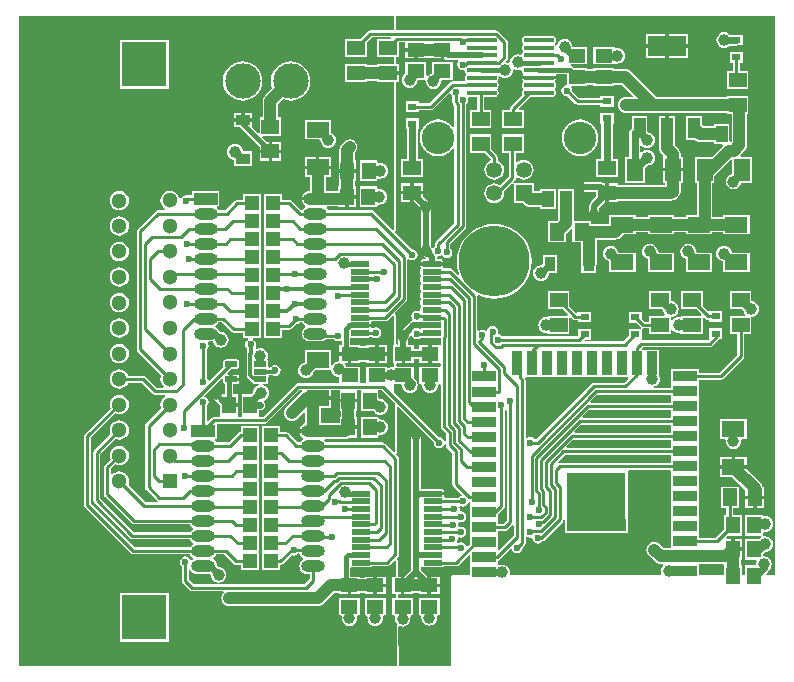
<source format=gtl>
G04*
G04 #@! TF.GenerationSoftware,Altium Limited,Altium Designer,18.1.7 (191)*
G04*
G04 Layer_Physical_Order=1*
G04 Layer_Color=255*
%FSLAX25Y25*%
%MOIN*%
G70*
G01*
G75*
%ADD10C,0.02362*%
%ADD13C,0.01575*%
%ADD16R,0.05709X0.04528*%
G04:AMPARAMS|DCode=17|XSize=17.72mil|YSize=62.99mil|CornerRadius=1.95mil|HoleSize=0mil|Usage=FLASHONLY|Rotation=270.000|XOffset=0mil|YOffset=0mil|HoleType=Round|Shape=RoundedRectangle|*
%AMROUNDEDRECTD17*
21,1,0.01772,0.05909,0,0,270.0*
21,1,0.01382,0.06299,0,0,270.0*
1,1,0.00390,-0.02955,-0.00691*
1,1,0.00390,-0.02955,0.00691*
1,1,0.00390,0.02955,0.00691*
1,1,0.00390,0.02955,-0.00691*
%
%ADD17ROUNDEDRECTD17*%
%ADD18R,0.03150X0.02362*%
G04:AMPARAMS|DCode=19|XSize=17.72mil|YSize=41.34mil|CornerRadius=1.95mil|HoleSize=0mil|Usage=FLASHONLY|Rotation=270.000|XOffset=0mil|YOffset=0mil|HoleType=Round|Shape=RoundedRectangle|*
%AMROUNDEDRECTD19*
21,1,0.01772,0.03744,0,0,270.0*
21,1,0.01382,0.04134,0,0,270.0*
1,1,0.00390,-0.01872,-0.00691*
1,1,0.00390,-0.01872,0.00691*
1,1,0.00390,0.01872,0.00691*
1,1,0.00390,0.01872,-0.00691*
%
%ADD19ROUNDEDRECTD19*%
%ADD20R,0.04528X0.05709*%
%ADD21R,0.07874X0.03937*%
%ADD22O,0.07874X0.03937*%
%ADD23R,0.04724X0.04724*%
%ADD24R,0.05906X0.04921*%
%ADD25R,0.07874X0.03543*%
%ADD26R,0.03543X0.07874*%
%ADD27R,0.19685X0.19685*%
%ADD28R,0.04803X0.03602*%
%ADD29R,0.07480X0.05315*%
%ADD30O,0.10039X0.01575*%
%ADD31R,0.05315X0.07480*%
%ADD32R,0.03898X0.05472*%
%ADD33R,0.03937X0.06693*%
%ADD34R,0.12795X0.06693*%
%ADD35R,0.03602X0.04803*%
%ADD36R,0.04921X0.05906*%
%ADD66C,0.01000*%
%ADD67C,0.01968*%
%ADD68C,0.01181*%
%ADD69C,0.03937*%
%ADD70C,0.11811*%
%ADD71R,0.03937X0.03937*%
%ADD72R,0.15000X0.15000*%
%ADD73C,0.05118*%
%ADD74R,0.05118X0.05118*%
%ADD75R,0.05315X0.05315*%
%ADD76C,0.05315*%
%ADD77C,0.10827*%
%ADD78C,0.23622*%
%ADD79C,0.03937*%
%ADD80C,0.02362*%
G36*
X125000Y-4698D02*
X117181D01*
X116740Y-4786D01*
X116367Y-5036D01*
X113863Y-7539D01*
X108819D01*
Y-13721D01*
X115984D01*
Y-8677D01*
X117658Y-7002D01*
X123761D01*
X124029Y-7502D01*
X124004Y-7539D01*
X119449D01*
Y-13721D01*
X125000D01*
Y-15807D01*
X119449D01*
Y-16277D01*
X115984D01*
Y-15807D01*
X108819D01*
Y-21988D01*
X115984D01*
Y-21518D01*
X119449D01*
Y-21988D01*
X125000D01*
Y-71143D01*
X124538Y-71334D01*
X118216Y-65012D01*
X117842Y-64762D01*
X117402Y-64675D01*
X103123D01*
X103057Y-64516D01*
X102641Y-63974D01*
X102607Y-63948D01*
X102777Y-63448D01*
X106496D01*
Y-63721D01*
X108799D01*
Y-60236D01*
X109390D01*
Y-59646D01*
X112284D01*
Y-56752D01*
X112070D01*
Y-55059D01*
X112343D01*
Y-52165D01*
X109449D01*
X106555D01*
Y-55059D01*
X106828D01*
Y-56752D01*
X106496D01*
Y-58206D01*
X102227D01*
Y-53681D01*
X103976D01*
Y-50984D01*
X95236D01*
Y-53681D01*
X96986D01*
Y-58206D01*
X96851D01*
X96172Y-58295D01*
X95540Y-58557D01*
X94997Y-58974D01*
X94581Y-59516D01*
X94319Y-60149D01*
X94307Y-60236D01*
X98819D01*
Y-61417D01*
X94307D01*
X94319Y-61505D01*
X94581Y-62137D01*
X94997Y-62680D01*
X95472Y-63044D01*
X95509Y-63327D01*
X95472Y-63609D01*
X94997Y-63974D01*
X94599Y-64493D01*
X94418Y-64528D01*
X94053Y-64554D01*
X91012Y-61512D01*
X90638Y-61262D01*
X90197Y-61175D01*
X87697D01*
Y-59335D01*
X81713D01*
Y-65319D01*
X81713D01*
Y-65335D01*
X81713D01*
Y-71319D01*
X81713D01*
Y-71335D01*
X81713D01*
Y-77319D01*
X81713D01*
Y-77335D01*
X81713D01*
Y-83319D01*
X81713D01*
Y-83335D01*
X81713D01*
Y-89319D01*
X81713D01*
Y-89335D01*
X81713D01*
Y-95319D01*
X81713D01*
Y-95335D01*
X81713D01*
Y-101319D01*
X81713D01*
Y-101335D01*
X81713D01*
Y-107319D01*
X87697D01*
Y-104459D01*
X90000D01*
X90441Y-104371D01*
X90815Y-104122D01*
X92339Y-102598D01*
X92520Y-102634D01*
X93226Y-102493D01*
X93825Y-102093D01*
X93928Y-101939D01*
X94499D01*
X94581Y-102137D01*
X94997Y-102680D01*
X95472Y-103044D01*
X95509Y-103327D01*
X95472Y-103609D01*
X94997Y-103974D01*
X94581Y-104516D01*
X94319Y-105148D01*
X94230Y-105827D01*
X94319Y-106505D01*
X94581Y-107137D01*
X94997Y-107680D01*
X95540Y-108097D01*
X96172Y-108358D01*
X96851Y-108448D01*
X100787D01*
X101466Y-108358D01*
X102098Y-108097D01*
X102641Y-107680D01*
X102665Y-107648D01*
X104891D01*
X104993Y-107802D01*
X105593Y-108202D01*
X106299Y-108343D01*
X107006Y-108202D01*
X107130Y-108119D01*
X107571Y-108355D01*
Y-109705D01*
X106752D01*
Y-112008D01*
X110236D01*
Y-112598D01*
X110827D01*
Y-115492D01*
X113721D01*
Y-115219D01*
X115807D01*
Y-115492D01*
X118701D01*
Y-112598D01*
Y-109705D01*
X115807D01*
Y-109978D01*
X113721D01*
Y-109705D01*
X110461D01*
Y-107279D01*
X110628Y-107142D01*
X116537D01*
X116859Y-107078D01*
X117072Y-106936D01*
X117449Y-106842D01*
X117592Y-106817D01*
X118191Y-107218D01*
X118898Y-107358D01*
X119604Y-107218D01*
X120203Y-106817D01*
X120604Y-106218D01*
X120744Y-105512D01*
X120604Y-104805D01*
X120203Y-104206D01*
X119604Y-103806D01*
X118898Y-103665D01*
X118191Y-103806D01*
X117827Y-104049D01*
X117377Y-103748D01*
X117378Y-103742D01*
Y-103642D01*
X113583D01*
Y-102461D01*
X117378D01*
Y-102360D01*
X117335Y-102144D01*
X117528Y-101789D01*
X117652Y-101644D01*
X122146D01*
X122587Y-101557D01*
X122960Y-101307D01*
X124595Y-99672D01*
X125058Y-99862D01*
X125133Y-109350D01*
X124780Y-109705D01*
X124665D01*
Y-115492D01*
X125181D01*
X125188Y-116436D01*
X125068Y-116557D01*
X124665Y-116791D01*
Y-116791D01*
X124310Y-117103D01*
X124016Y-117064D01*
X123337Y-117154D01*
X123191Y-117214D01*
X122776Y-116936D01*
Y-116791D01*
X115807D01*
Y-122335D01*
X113721D01*
Y-116791D01*
X109122D01*
X108962Y-116406D01*
X108645Y-115992D01*
X108827Y-115492D01*
X109646D01*
Y-113189D01*
X106752D01*
Y-115043D01*
X106693Y-115095D01*
X106014Y-115185D01*
X105382Y-115447D01*
X104840Y-115863D01*
X104476Y-116336D01*
X104219Y-116311D01*
X103976Y-116199D01*
Y-111388D01*
X95236D01*
Y-115539D01*
X94934Y-115579D01*
X94302Y-115840D01*
X93759Y-116257D01*
X93343Y-116800D01*
X93081Y-117432D01*
X92992Y-118110D01*
X93081Y-118789D01*
X93343Y-119421D01*
X93759Y-119963D01*
X94302Y-120380D01*
X94934Y-120642D01*
X95612Y-120731D01*
X96291Y-120642D01*
X96923Y-120380D01*
X97465Y-119963D01*
X97882Y-119421D01*
X98144Y-118789D01*
X98150Y-118744D01*
X98930Y-117963D01*
X103600D01*
X103976Y-117963D01*
X104160Y-118387D01*
X104161Y-118395D01*
X104423Y-119027D01*
X104840Y-119570D01*
X105382Y-119986D01*
X106014Y-120248D01*
X106693Y-120337D01*
X106752Y-120389D01*
Y-122335D01*
X93049D01*
X92608Y-122422D01*
X92234Y-122672D01*
X81413Y-133494D01*
X80103D01*
X80059Y-133012D01*
X80059Y-132994D01*
Y-131374D01*
X80315D01*
X81022Y-131234D01*
X81621Y-130833D01*
X82021Y-130234D01*
X82161Y-129528D01*
X82021Y-128821D01*
X81801Y-128492D01*
X81952Y-127888D01*
X82019Y-127860D01*
X82562Y-127444D01*
X82978Y-126901D01*
X83240Y-126269D01*
X83329Y-125591D01*
X83240Y-124912D01*
X82978Y-124280D01*
X82562Y-123737D01*
X82019Y-123321D01*
X81387Y-123059D01*
X81507Y-122595D01*
X82285D01*
X82607Y-122531D01*
X82880Y-122349D01*
X83062Y-122076D01*
X83126Y-121754D01*
Y-120372D01*
X83102Y-120248D01*
X83375Y-119814D01*
X83462Y-119748D01*
X84603D01*
X84705Y-119816D01*
X85411Y-119957D01*
X86118Y-119816D01*
X86717Y-119416D01*
X87117Y-118817D01*
X87258Y-118110D01*
X87117Y-117404D01*
X86717Y-116805D01*
X86118Y-116404D01*
X85411Y-116264D01*
X84705Y-116404D01*
X84106Y-116805D01*
X83906Y-117104D01*
X83516Y-117170D01*
X83390Y-117159D01*
X83104Y-116751D01*
X83126Y-116636D01*
Y-115254D01*
X83062Y-114932D01*
X82880Y-114659D01*
X82712Y-114547D01*
X82945Y-113986D01*
X83034Y-113307D01*
X82945Y-112629D01*
X82683Y-111997D01*
X82267Y-111454D01*
X81724Y-111038D01*
X81092Y-110776D01*
X80413Y-110687D01*
X79735Y-110776D01*
X79310Y-110952D01*
X78820Y-110761D01*
X78742Y-110684D01*
X78698Y-110474D01*
X78911Y-110155D01*
X79051Y-109449D01*
X78911Y-108742D01*
X78510Y-108143D01*
X78025Y-107819D01*
X78148Y-107319D01*
X80697D01*
Y-101335D01*
X80697D01*
Y-101319D01*
X80697D01*
Y-95335D01*
X80697D01*
Y-95319D01*
X80697D01*
Y-89335D01*
X80697D01*
Y-89319D01*
X80697D01*
Y-83335D01*
X80697D01*
Y-83319D01*
X80697D01*
Y-77335D01*
X80697D01*
Y-77319D01*
X80697D01*
Y-71335D01*
X80697D01*
Y-71319D01*
X80697D01*
Y-65335D01*
X80697D01*
Y-65319D01*
X80697D01*
Y-59335D01*
X74713D01*
Y-61175D01*
X72713D01*
X72272Y-61262D01*
X71898Y-61512D01*
X68735Y-64675D01*
X66509D01*
X66443Y-64516D01*
X66027Y-63974D01*
X65964Y-63925D01*
X66133Y-63425D01*
X66772D01*
Y-58228D01*
X57638D01*
Y-59675D01*
X56339D01*
X55949Y-59752D01*
X55630Y-59689D01*
X54923Y-59829D01*
X54324Y-60230D01*
X53984Y-60739D01*
X53600Y-60719D01*
X53471Y-60675D01*
X53461Y-60599D01*
X53140Y-59824D01*
X52629Y-59157D01*
X51963Y-58646D01*
X51187Y-58325D01*
X50354Y-58215D01*
X49522Y-58325D01*
X48746Y-58646D01*
X48080Y-59157D01*
X47569Y-59824D01*
X47247Y-60599D01*
X47138Y-61432D01*
X47247Y-62264D01*
X47569Y-63040D01*
X48080Y-63706D01*
X48691Y-64175D01*
X48682Y-64367D01*
X48550Y-64675D01*
X46378D01*
X45937Y-64762D01*
X45563Y-65012D01*
X39681Y-70894D01*
X39432Y-71268D01*
X39344Y-71709D01*
Y-111101D01*
X39432Y-111542D01*
X39681Y-111916D01*
X47436Y-119671D01*
X47247Y-120127D01*
X47138Y-120959D01*
X47247Y-121792D01*
X47569Y-122568D01*
X48080Y-123234D01*
X48229Y-123348D01*
X48059Y-123848D01*
X45950D01*
X42262Y-120160D01*
X41888Y-119911D01*
X41447Y-119823D01*
X36439D01*
X36250Y-119367D01*
X35739Y-118701D01*
X35073Y-118189D01*
X34297Y-117868D01*
X33465Y-117758D01*
X32632Y-117868D01*
X31856Y-118189D01*
X31190Y-118701D01*
X30679Y-119367D01*
X30358Y-120142D01*
X30248Y-120975D01*
X30358Y-121807D01*
X30679Y-122583D01*
X31190Y-123249D01*
X31856Y-123760D01*
X32632Y-124082D01*
X33465Y-124191D01*
X34297Y-124082D01*
X35073Y-123760D01*
X35739Y-123249D01*
X36250Y-122583D01*
X36439Y-122127D01*
X40970D01*
X44658Y-125815D01*
X45032Y-126064D01*
X45472Y-126152D01*
X48708D01*
X48808Y-126652D01*
X48746Y-126678D01*
X48080Y-127189D01*
X47569Y-127855D01*
X47247Y-128631D01*
X47138Y-129463D01*
X47247Y-130296D01*
X47436Y-130752D01*
X42437Y-135751D01*
X42188Y-136125D01*
X42100Y-136565D01*
Y-157032D01*
X42188Y-157472D01*
X42437Y-157846D01*
X46036Y-161445D01*
X46292Y-161616D01*
X46160Y-162116D01*
X42235D01*
X36382Y-156264D01*
X36571Y-155807D01*
X36681Y-154975D01*
X36571Y-154142D01*
X36250Y-153367D01*
X35739Y-152700D01*
X35073Y-152189D01*
X34297Y-151868D01*
X33465Y-151758D01*
X32632Y-151868D01*
X31856Y-152189D01*
X31190Y-152700D01*
X31153Y-152749D01*
X30680Y-152588D01*
Y-150889D01*
X32176Y-149393D01*
X32632Y-149582D01*
X33465Y-149691D01*
X34297Y-149582D01*
X35073Y-149260D01*
X35739Y-148749D01*
X36250Y-148083D01*
X36571Y-147307D01*
X36681Y-146475D01*
X36571Y-145642D01*
X36250Y-144867D01*
X35739Y-144201D01*
X35073Y-143689D01*
X34297Y-143368D01*
X33465Y-143258D01*
X32632Y-143368D01*
X31856Y-143689D01*
X31190Y-144201D01*
X30679Y-144867D01*
X30358Y-145642D01*
X30248Y-146475D01*
X30358Y-147307D01*
X30547Y-147764D01*
X28713Y-149597D01*
X28463Y-149971D01*
X28376Y-150412D01*
Y-159449D01*
X28463Y-159890D01*
X28713Y-160263D01*
X37532Y-169082D01*
X37906Y-169332D01*
X38346Y-169420D01*
X57114D01*
X57179Y-169578D01*
X57596Y-170121D01*
X58070Y-170485D01*
X58108Y-170768D01*
X58070Y-171050D01*
X57596Y-171414D01*
X57179Y-171957D01*
X57114Y-172116D01*
X38312D01*
X27136Y-160940D01*
Y-145932D01*
X32176Y-140893D01*
X32632Y-141082D01*
X33465Y-141191D01*
X34297Y-141082D01*
X35073Y-140761D01*
X35739Y-140249D01*
X36250Y-139583D01*
X36571Y-138807D01*
X36681Y-137975D01*
X36571Y-137142D01*
X36250Y-136367D01*
X35739Y-135701D01*
X35073Y-135189D01*
X34297Y-134868D01*
X33465Y-134758D01*
X32632Y-134868D01*
X31856Y-135189D01*
X31190Y-135701D01*
X30679Y-136367D01*
X30358Y-137142D01*
X30248Y-137975D01*
X30358Y-138807D01*
X30547Y-139264D01*
X25170Y-144641D01*
X24920Y-145014D01*
X24832Y-145455D01*
Y-161417D01*
X24920Y-161858D01*
X25170Y-162232D01*
X37020Y-174082D01*
X37394Y-174332D01*
X37835Y-174420D01*
X57114D01*
X57179Y-174578D01*
X57596Y-175121D01*
X58070Y-175485D01*
X58108Y-175768D01*
X58070Y-176050D01*
X57596Y-176415D01*
X57179Y-176957D01*
X57114Y-177116D01*
X38587D01*
X23987Y-162515D01*
Y-140582D01*
X32176Y-132393D01*
X32632Y-132582D01*
X33465Y-132691D01*
X34297Y-132582D01*
X35073Y-132261D01*
X35739Y-131749D01*
X36250Y-131083D01*
X36571Y-130307D01*
X36681Y-129475D01*
X36571Y-128642D01*
X36250Y-127867D01*
X35739Y-127200D01*
X35073Y-126689D01*
X34297Y-126368D01*
X33465Y-126258D01*
X32632Y-126368D01*
X31856Y-126689D01*
X31190Y-127200D01*
X30679Y-127867D01*
X30358Y-128642D01*
X30248Y-129475D01*
X30358Y-130307D01*
X30547Y-130764D01*
X22020Y-139290D01*
X21770Y-139664D01*
X21683Y-140105D01*
Y-162992D01*
X21770Y-163433D01*
X22020Y-163807D01*
X37296Y-179082D01*
X37669Y-179332D01*
X38110Y-179420D01*
X57114D01*
X57179Y-179578D01*
X57596Y-180121D01*
X58070Y-180485D01*
X58108Y-180768D01*
X58082Y-180964D01*
X57652Y-181275D01*
X57277Y-181196D01*
X57183Y-181131D01*
X56818Y-180584D01*
X56218Y-180184D01*
X55512Y-180043D01*
X54805Y-180184D01*
X54206Y-180584D01*
X53806Y-181183D01*
X53665Y-181890D01*
X53806Y-182596D01*
X54206Y-183195D01*
X54360Y-183298D01*
Y-188307D01*
X54448Y-188748D01*
X54697Y-189122D01*
X56941Y-191366D01*
X57315Y-191615D01*
X57756Y-191703D01*
X68105D01*
X68275Y-192203D01*
X68226Y-192241D01*
X67809Y-192784D01*
X67547Y-193416D01*
X67458Y-194095D01*
X67547Y-194773D01*
X67809Y-195405D01*
X68226Y-195948D01*
X68768Y-196364D01*
X69400Y-196626D01*
X70079Y-196715D01*
X99606D01*
X100285Y-196626D01*
X100917Y-196364D01*
X101460Y-195948D01*
X105023Y-192385D01*
X106703D01*
Y-192657D01*
X109597D01*
Y-189764D01*
X110778D01*
Y-192657D01*
X113671D01*
Y-192385D01*
X115295D01*
Y-192657D01*
X118189D01*
Y-189764D01*
Y-186870D01*
X115295D01*
Y-187143D01*
X113671D01*
Y-186870D01*
X110500D01*
Y-184075D01*
X111000Y-183713D01*
X111022Y-183717D01*
X116931D01*
X117253Y-183653D01*
X117526Y-183471D01*
X117615Y-183337D01*
X122736D01*
X123177Y-183249D01*
X123551Y-183000D01*
X125238Y-181313D01*
X125701Y-181502D01*
X125740Y-186515D01*
X125388Y-186870D01*
X124419D01*
Y-192657D01*
X125788D01*
X125796Y-193602D01*
X125444Y-193957D01*
X124419D01*
Y-199744D01*
X125095D01*
X125213Y-199921D01*
X125361Y-200244D01*
X125283Y-200837D01*
X125372Y-201515D01*
X125634Y-202147D01*
X125866Y-202449D01*
X125974Y-216180D01*
X125621Y-216535D01*
X0D01*
Y0D01*
X125000D01*
Y-4698D01*
D02*
G37*
G36*
X251969Y-186366D02*
X249183D01*
X248991Y-185904D01*
X249632Y-185263D01*
X250032Y-184664D01*
X250037Y-184640D01*
X250180Y-184530D01*
X250596Y-183988D01*
X250858Y-183355D01*
X250947Y-182677D01*
X250858Y-181999D01*
X250596Y-181367D01*
X250180Y-180824D01*
X249637Y-180408D01*
X249005Y-180146D01*
X248326Y-180056D01*
X247980Y-179753D01*
X247997Y-179267D01*
X248451Y-178963D01*
X248811Y-178604D01*
X248819Y-178605D01*
X249497Y-178516D01*
X250129Y-178254D01*
X250672Y-177838D01*
X251089Y-177295D01*
X251350Y-176663D01*
X251440Y-175984D01*
X251350Y-175306D01*
X251089Y-174674D01*
X250672Y-174131D01*
X250129Y-173714D01*
X249497Y-173453D01*
X248819Y-173363D01*
X248411Y-173417D01*
X247987Y-173029D01*
X247972Y-172991D01*
Y-172259D01*
X248472Y-171866D01*
X248819Y-171912D01*
X249497Y-171823D01*
X250129Y-171561D01*
X250672Y-171144D01*
X251089Y-170601D01*
X251350Y-169969D01*
X251440Y-169291D01*
X251350Y-168613D01*
X251089Y-167981D01*
X250672Y-167438D01*
X250129Y-167021D01*
X249497Y-166760D01*
X248819Y-166670D01*
X248472Y-166716D01*
X247972Y-166323D01*
Y-166299D01*
X242185D01*
Y-173268D01*
X247302D01*
X247415Y-173512D01*
X247439Y-173768D01*
X246966Y-174131D01*
X246933Y-174173D01*
X242185D01*
Y-181142D01*
X245629D01*
X245943Y-181642D01*
X245795Y-181999D01*
X245706Y-182677D01*
X245395Y-183031D01*
X242185D01*
Y-186366D01*
X240886D01*
Y-183031D01*
X240613D01*
Y-181142D01*
X240886D01*
Y-178248D01*
X237992D01*
Y-177657D01*
X237402D01*
Y-174173D01*
X235885D01*
X235694Y-173711D01*
X236137Y-173268D01*
X240886D01*
Y-166299D01*
X238160D01*
Y-164016D01*
X240098D01*
Y-156850D01*
X233917D01*
Y-164016D01*
X235856D01*
Y-166299D01*
X235099D01*
Y-171048D01*
X232259Y-173887D01*
X226968D01*
X226614Y-173534D01*
X226614Y-172638D01*
X226614Y-172138D01*
Y-167941D01*
X226614Y-167638D01*
X226614Y-167138D01*
Y-162941D01*
X226614Y-162638D01*
X226614Y-162138D01*
Y-157941D01*
X226614Y-157638D01*
X226614Y-157138D01*
Y-152941D01*
X226614Y-152638D01*
X226614Y-152138D01*
Y-147638D01*
X226614D01*
Y-147441D01*
X226614D01*
Y-142638D01*
X226614D01*
Y-142441D01*
X226614D01*
Y-137638D01*
X226614D01*
Y-137441D01*
X226614D01*
Y-132638D01*
X226614D01*
Y-132441D01*
X226614D01*
Y-127638D01*
X226614D01*
Y-127441D01*
X226614D01*
Y-122941D01*
X226614Y-122638D01*
X226614Y-122138D01*
Y-121191D01*
X233898D01*
X234338Y-121104D01*
X234712Y-120854D01*
X241366Y-114200D01*
X241616Y-113827D01*
X241703Y-113386D01*
Y-106043D01*
X244134D01*
Y-100253D01*
X244773Y-100169D01*
X245405Y-99907D01*
X245948Y-99491D01*
X246364Y-98948D01*
X246626Y-98316D01*
X246715Y-97638D01*
X246626Y-96960D01*
X246364Y-96327D01*
X245948Y-95785D01*
X245405Y-95368D01*
X244773Y-95106D01*
X244134Y-95022D01*
Y-91595D01*
X236969D01*
Y-97776D01*
X241031D01*
X241562Y-98307D01*
X241563Y-98316D01*
X241825Y-98948D01*
X242142Y-99362D01*
X241960Y-99862D01*
X236969D01*
Y-106043D01*
X239399D01*
Y-112908D01*
X233420Y-118887D01*
X226614D01*
Y-117638D01*
X217480D01*
Y-122138D01*
X217480Y-122441D01*
X217480Y-122941D01*
Y-123887D01*
X211778D01*
X211702Y-123398D01*
X212334Y-123136D01*
X212877Y-122719D01*
X213293Y-122177D01*
X213555Y-121545D01*
X213645Y-120866D01*
X213555Y-120188D01*
X213484Y-120017D01*
Y-111181D01*
X208925D01*
X208553Y-111181D01*
X207820Y-111181D01*
X207613Y-110681D01*
X208004Y-110290D01*
X230232D01*
X230673Y-110202D01*
X231047Y-109952D01*
X233098Y-107901D01*
X233279Y-107630D01*
X234488D01*
Y-104008D01*
X230079D01*
Y-107630D01*
X229731Y-107986D01*
X208152D01*
X207716Y-107829D01*
X207716Y-107486D01*
Y-104527D01*
X208149Y-104110D01*
X208174Y-104105D01*
X210197D01*
Y-106043D01*
X217362D01*
Y-104759D01*
X217862Y-104589D01*
X218029Y-104806D01*
X218571Y-105222D01*
X219204Y-105484D01*
X219882Y-105574D01*
X220327Y-105515D01*
X220827Y-105864D01*
Y-106043D01*
X227992D01*
Y-100550D01*
X228454Y-100359D01*
X229020Y-100925D01*
X229394Y-101174D01*
X229835Y-101262D01*
X230079D01*
Y-101921D01*
X234488D01*
Y-98299D01*
X230079D01*
Y-98299D01*
X229778Y-98424D01*
X227992Y-96638D01*
Y-91594D01*
X220827D01*
Y-97776D01*
X225871D01*
X227496Y-99400D01*
X227304Y-99862D01*
X220827D01*
Y-100042D01*
X220327Y-100391D01*
X219882Y-100332D01*
X219204Y-100421D01*
X218571Y-100683D01*
X218029Y-101100D01*
X217862Y-101316D01*
X217362Y-101147D01*
Y-100253D01*
X218001Y-100169D01*
X218633Y-99907D01*
X219176Y-99491D01*
X219592Y-98948D01*
X219854Y-98316D01*
X219943Y-97638D01*
X219854Y-96959D01*
X219592Y-96327D01*
X219176Y-95784D01*
X218633Y-95368D01*
X218001Y-95106D01*
X217362Y-95022D01*
Y-91595D01*
X210197D01*
Y-97776D01*
X214259D01*
X214790Y-98307D01*
X214791Y-98316D01*
X215053Y-98948D01*
X215370Y-99362D01*
X215189Y-99862D01*
X210197D01*
Y-101801D01*
X208632D01*
X207716Y-100885D01*
Y-98498D01*
X203307D01*
Y-102121D01*
X205694D01*
X207280Y-103707D01*
X207239Y-103953D01*
X207099Y-104207D01*
X203307D01*
Y-106594D01*
X201502Y-108398D01*
X188943D01*
X188675Y-107898D01*
X188731Y-107815D01*
X190748D01*
Y-104193D01*
X186339D01*
Y-106579D01*
X186196Y-106722D01*
X161251D01*
X161148Y-106568D01*
X160549Y-106168D01*
X160004Y-106060D01*
X159808Y-105951D01*
X159633Y-105559D01*
X159721Y-105118D01*
X159580Y-104411D01*
X159180Y-103812D01*
X158581Y-103412D01*
X157874Y-103272D01*
X157167Y-103412D01*
X156568Y-103812D01*
X156168Y-104411D01*
X156095Y-104780D01*
X155905Y-104868D01*
X155553Y-104938D01*
X155037Y-104593D01*
X154330Y-104453D01*
X153624Y-104593D01*
X153310Y-104803D01*
X152810Y-104536D01*
Y-93358D01*
X153147Y-93061D01*
X153261Y-93019D01*
X153285Y-93013D01*
X154608Y-93562D01*
X156512Y-94019D01*
X158465Y-94172D01*
X160417Y-94019D01*
X162321Y-93562D01*
X164130Y-92812D01*
X165800Y-91789D01*
X167289Y-90517D01*
X168561Y-89028D01*
X169584Y-87358D01*
X170333Y-85549D01*
X170790Y-83645D01*
X170944Y-81693D01*
X170790Y-79741D01*
X170333Y-77837D01*
X169584Y-76028D01*
X168561Y-74358D01*
X167289Y-72869D01*
X165800Y-71597D01*
X164130Y-70574D01*
X162321Y-69824D01*
X160417Y-69367D01*
X158465Y-69214D01*
X156512Y-69367D01*
X154608Y-69824D01*
X152799Y-70574D01*
X151129Y-71597D01*
X149640Y-72869D01*
X148369Y-74358D01*
X147345Y-76028D01*
X146596Y-77837D01*
X146139Y-79741D01*
X145985Y-81693D01*
X146139Y-83645D01*
X146596Y-85549D01*
X146775Y-85982D01*
X146360Y-86260D01*
X144423Y-84323D01*
X144049Y-84073D01*
X143608Y-83986D01*
X141668D01*
X141544Y-83840D01*
X141351Y-83486D01*
X141394Y-83270D01*
Y-83169D01*
X137599D01*
X133803D01*
Y-83270D01*
X133867Y-83592D01*
X134045Y-83858D01*
X133867Y-84125D01*
X133803Y-84447D01*
Y-85829D01*
X133867Y-86150D01*
X134045Y-86417D01*
X133867Y-86684D01*
X133803Y-87006D01*
Y-88388D01*
X133867Y-88709D01*
X134045Y-88976D01*
X133867Y-89243D01*
X133803Y-89565D01*
Y-90947D01*
X133867Y-91269D01*
X134045Y-91536D01*
X133867Y-91802D01*
X133803Y-92124D01*
Y-93506D01*
X133867Y-93828D01*
X134045Y-94094D01*
X133867Y-94361D01*
X133803Y-94683D01*
Y-96065D01*
X133867Y-96387D01*
X134045Y-96653D01*
X133867Y-96920D01*
X133803Y-97242D01*
Y-98034D01*
X133303Y-98278D01*
X132677Y-98153D01*
X131970Y-98294D01*
X131371Y-98694D01*
X130971Y-99293D01*
X130830Y-100000D01*
X130971Y-100706D01*
X131182Y-101022D01*
X130951Y-101577D01*
X130889Y-101590D01*
X130355Y-101946D01*
X128718Y-103584D01*
X128684Y-103634D01*
X126986Y-105332D01*
X126629Y-105866D01*
X126504Y-106496D01*
Y-109343D01*
X126274Y-109505D01*
X126202Y-109521D01*
X125773Y-109163D01*
X125700Y-99857D01*
X125675Y-99734D01*
X125650Y-99613D01*
X125649Y-99612D01*
X125649Y-99611D01*
X125579Y-99508D01*
X125510Y-99406D01*
X125508Y-99403D01*
X125429Y-99003D01*
X125443Y-98824D01*
X129161Y-95106D01*
X129411Y-94732D01*
X129499Y-94291D01*
Y-81218D01*
X129999Y-80968D01*
X130396Y-81234D01*
X131102Y-81374D01*
X131809Y-81234D01*
X132408Y-80833D01*
X132808Y-80234D01*
X132949Y-79528D01*
X132808Y-78821D01*
X132408Y-78222D01*
X131809Y-77822D01*
X131102Y-77681D01*
X130921Y-77717D01*
X125384Y-72180D01*
X125369Y-72049D01*
X125454Y-71597D01*
X125593Y-71388D01*
X125642Y-71143D01*
Y-21988D01*
X126614D01*
Y-19488D01*
X123032D01*
Y-18307D01*
X126614D01*
Y-15807D01*
X125642D01*
Y-13721D01*
X126614D01*
Y-8677D01*
X126658Y-8632D01*
X128799D01*
Y-10630D01*
X132283D01*
Y-11220D01*
X132874D01*
Y-14114D01*
X135768D01*
Y-13841D01*
X137657D01*
Y-14114D01*
X140551D01*
Y-11220D01*
X141732D01*
Y-14139D01*
X141740Y-14146D01*
X142274Y-14503D01*
X142904Y-14628D01*
X146263D01*
X146530Y-15128D01*
X146325Y-15435D01*
X146185Y-16142D01*
X146325Y-16848D01*
X146725Y-17447D01*
X147325Y-17848D01*
X148031Y-17988D01*
X148085Y-17977D01*
X148634Y-18378D01*
X148665Y-18535D01*
X148911Y-18904D01*
X148951Y-19232D01*
X148911Y-19561D01*
X148665Y-19929D01*
X148555Y-20482D01*
X148665Y-21035D01*
X148798Y-21234D01*
X148530Y-21734D01*
X144634D01*
X144193Y-21821D01*
X143819Y-22071D01*
X136826Y-29064D01*
X133307D01*
Y-28405D01*
X128898D01*
Y-32028D01*
X133307D01*
Y-31369D01*
X137303D01*
X137744Y-31281D01*
X138118Y-31031D01*
X143469Y-25680D01*
X143948Y-25825D01*
X143963Y-25903D01*
X144363Y-26502D01*
X144517Y-26605D01*
Y-28765D01*
X144605Y-29206D01*
X144854Y-29579D01*
X145076Y-29801D01*
Y-36767D01*
X144576Y-36946D01*
X143979Y-36218D01*
X143059Y-35463D01*
X142009Y-34902D01*
X140870Y-34556D01*
X139685Y-34439D01*
X138500Y-34556D01*
X137361Y-34902D01*
X136311Y-35463D01*
X135391Y-36218D01*
X134636Y-37138D01*
X134075Y-38188D01*
X133729Y-39327D01*
X133613Y-40512D01*
X133729Y-41697D01*
X134075Y-42836D01*
X134636Y-43886D01*
X135391Y-44806D01*
X136311Y-45561D01*
X137361Y-46122D01*
X138500Y-46468D01*
X139685Y-46584D01*
X140870Y-46468D01*
X142009Y-46122D01*
X143059Y-45561D01*
X143979Y-44806D01*
X144576Y-44078D01*
X145076Y-44257D01*
Y-68996D01*
X138949Y-75123D01*
X138699Y-75497D01*
X138612Y-75938D01*
Y-76659D01*
X138301Y-76867D01*
X137973Y-77358D01*
X137473Y-77249D01*
Y-63583D01*
X137347Y-62953D01*
X136990Y-62419D01*
X134685Y-60113D01*
Y-59449D01*
X131693D01*
Y-61949D01*
X131865D01*
X134181Y-64264D01*
Y-78347D01*
X134306Y-78976D01*
X134663Y-79510D01*
X135700Y-80547D01*
X135493Y-81047D01*
X134644D01*
X134322Y-81111D01*
X134049Y-81293D01*
X133867Y-81566D01*
X133803Y-81888D01*
Y-81988D01*
X137599D01*
X141394D01*
Y-81888D01*
X141330Y-81566D01*
X141148Y-81293D01*
X140875Y-81111D01*
X140553Y-81047D01*
X139244D01*
Y-80457D01*
X139606Y-80019D01*
X140313Y-79879D01*
X140895Y-79490D01*
X141293Y-80086D01*
X141892Y-80486D01*
X142598Y-80627D01*
X143305Y-80486D01*
X143904Y-80086D01*
X144304Y-79487D01*
X144445Y-78780D01*
X144304Y-78074D01*
X143904Y-77474D01*
X143751Y-77372D01*
Y-75885D01*
X148795Y-70841D01*
X149044Y-70467D01*
X149132Y-70026D01*
Y-29216D01*
X149286Y-29113D01*
X149686Y-28514D01*
X149827Y-27807D01*
X149743Y-27386D01*
X149848Y-27198D01*
X150126Y-26927D01*
X152785D01*
Y-31161D01*
X150354D01*
Y-37343D01*
X157520D01*
Y-31161D01*
X155089D01*
Y-26927D01*
X158465D01*
X159018Y-26817D01*
X159486Y-26504D01*
X159800Y-26035D01*
X159910Y-25482D01*
X159800Y-24929D01*
X159553Y-24561D01*
X159514Y-24232D01*
X159553Y-23904D01*
X159800Y-23535D01*
X159910Y-22982D01*
X159800Y-22429D01*
X159553Y-22061D01*
X159514Y-21732D01*
X159553Y-21404D01*
X159800Y-21035D01*
X159910Y-20482D01*
X159843Y-20149D01*
X160021Y-20003D01*
X160303Y-19896D01*
X160766Y-20252D01*
X161398Y-20514D01*
X162077Y-20603D01*
X162755Y-20514D01*
X163387Y-20252D01*
X163930Y-19835D01*
X164346Y-19293D01*
X164608Y-18661D01*
X164691Y-18028D01*
X164728Y-17975D01*
X164768Y-17941D01*
X165165Y-17705D01*
X165601Y-17886D01*
X166279Y-17975D01*
X166958Y-17886D01*
X167177Y-17795D01*
X167312Y-17849D01*
X167678Y-18128D01*
X167759Y-18535D01*
X168006Y-18904D01*
X168045Y-19232D01*
X168006Y-19561D01*
X167785Y-19892D01*
X173327D01*
X178912D01*
X179160Y-19427D01*
X182539D01*
Y-22984D01*
X181971Y-23097D01*
X181371Y-23497D01*
X180971Y-24096D01*
X180831Y-24803D01*
X180971Y-25510D01*
X181371Y-26109D01*
X181971Y-26509D01*
X182677Y-26650D01*
X182858Y-26614D01*
X185406Y-29161D01*
X185780Y-29411D01*
X186221Y-29498D01*
X193819D01*
Y-30158D01*
X198228D01*
Y-26535D01*
X193819D01*
Y-27194D01*
X186698D01*
X184488Y-24984D01*
X184524Y-24803D01*
X184383Y-24096D01*
X184098Y-23669D01*
X184323Y-23169D01*
X189508D01*
Y-22896D01*
X191398D01*
Y-23169D01*
X198366D01*
Y-22896D01*
X201080D01*
X204717Y-26533D01*
X204525Y-26995D01*
X203035D01*
X202362Y-26907D01*
X201684Y-26996D01*
X201052Y-27258D01*
X200509Y-27674D01*
X200093Y-28217D01*
X199831Y-28849D01*
X199741Y-29528D01*
X199831Y-30206D01*
X200093Y-30838D01*
X200509Y-31381D01*
X200598Y-31469D01*
X201140Y-31886D01*
X201772Y-32148D01*
X202451Y-32237D01*
X235984D01*
Y-32707D01*
X237556D01*
Y-39370D01*
Y-41646D01*
X237311Y-41835D01*
X236811Y-41599D01*
Y-39690D01*
X236853Y-39370D01*
X236811Y-39050D01*
Y-36004D01*
X231653D01*
Y-36749D01*
X228251D01*
X227598Y-36097D01*
Y-33228D01*
X222402D01*
Y-37035D01*
X222379Y-37205D01*
X222402Y-37375D01*
Y-41181D01*
X225270D01*
X225312Y-41223D01*
X225855Y-41640D01*
X226487Y-41901D01*
X227165Y-41991D01*
X231653D01*
Y-42736D01*
X234346D01*
X234554Y-43236D01*
X230979Y-46811D01*
X225256D01*
Y-55551D01*
X225923D01*
Y-66201D01*
X222401D01*
Y-66867D01*
X218347D01*
Y-66201D01*
X209606D01*
Y-66867D01*
X205551D01*
Y-66201D01*
X196811D01*
Y-69230D01*
X190689D01*
Y-68268D01*
X184924D01*
Y-61028D01*
X184882Y-60708D01*
Y-58157D01*
X184882Y-58104D01*
X184974Y-57722D01*
X185146Y-57689D01*
X185445Y-57753D01*
X185730Y-58179D01*
X186264Y-58536D01*
X186894Y-58661D01*
X192441D01*
Y-60113D01*
X190568Y-61986D01*
X190212Y-62520D01*
X190086Y-63150D01*
Y-66213D01*
X190212Y-66843D01*
X190568Y-67377D01*
X191103Y-67733D01*
X191732Y-67858D01*
X192362Y-67733D01*
X192896Y-67377D01*
X193253Y-66843D01*
X193378Y-66213D01*
Y-63831D01*
X195261Y-61949D01*
X195433D01*
Y-58858D01*
Y-55768D01*
X195219D01*
X194811Y-55495D01*
X194181Y-55370D01*
X186894D01*
X186264Y-55495D01*
X185730Y-55852D01*
X185373Y-56386D01*
X185248Y-57016D01*
X185296Y-57260D01*
X185208Y-57374D01*
X184956Y-57657D01*
X184867Y-57661D01*
X184426Y-57661D01*
X184426Y-57661D01*
X184414Y-57661D01*
X179725D01*
Y-60708D01*
X179682Y-61028D01*
Y-67792D01*
X179207Y-68268D01*
X176240D01*
Y-75433D01*
X182421D01*
Y-72466D01*
X184008Y-70880D01*
X184508Y-71087D01*
Y-75433D01*
X187291D01*
Y-82677D01*
X187380Y-83355D01*
X187480Y-83598D01*
Y-85709D01*
X192342D01*
Y-83598D01*
X192443Y-83355D01*
X192532Y-82677D01*
Y-74471D01*
X198819D01*
X199497Y-74382D01*
X200129Y-74120D01*
X200672Y-73704D01*
X201600Y-72776D01*
X205551D01*
Y-72109D01*
X209606D01*
Y-72776D01*
X218347D01*
Y-72109D01*
X222401D01*
Y-72776D01*
X231142D01*
Y-72109D01*
X234803D01*
Y-72776D01*
X243543D01*
Y-66201D01*
X234803D01*
Y-66867D01*
X231164D01*
Y-55551D01*
X231831D01*
Y-53293D01*
X232168Y-53034D01*
X237354Y-47848D01*
X237854Y-48055D01*
Y-52541D01*
X237511Y-52587D01*
X236879Y-52848D01*
X236336Y-53265D01*
X235919Y-53808D01*
X235657Y-54440D01*
X235568Y-55118D01*
X235657Y-55796D01*
X235919Y-56428D01*
X236336Y-56971D01*
X236879Y-57388D01*
X237511Y-57650D01*
X238189Y-57739D01*
X238867Y-57650D01*
X239499Y-57388D01*
X240042Y-56971D01*
X240459Y-56428D01*
X240721Y-55796D01*
X240753Y-55551D01*
X244429D01*
Y-46811D01*
X240673D01*
X240466Y-46311D01*
X242030Y-44747D01*
X242447Y-44204D01*
X242709Y-43572D01*
X242798Y-42894D01*
Y-39370D01*
Y-32707D01*
X243150D01*
Y-26526D01*
X235984D01*
Y-26995D01*
X212592D01*
X204019Y-18422D01*
X203476Y-18006D01*
X202844Y-17744D01*
X202165Y-17655D01*
X198366D01*
Y-17382D01*
X191398D01*
Y-17655D01*
X189508D01*
Y-17382D01*
X185174D01*
X184752Y-16960D01*
X184283Y-16647D01*
X183959Y-16583D01*
X184009Y-16083D01*
X189508D01*
Y-10295D01*
X185005D01*
X184511Y-10236D01*
X184421Y-9558D01*
X184160Y-8926D01*
X183743Y-8383D01*
X183200Y-7966D01*
X182568Y-7705D01*
X181890Y-7615D01*
X181211Y-7705D01*
X180579Y-7966D01*
X180037Y-8383D01*
X179620Y-8926D01*
X179358Y-9558D01*
X179332Y-9754D01*
X179310Y-9763D01*
X178820Y-9818D01*
X178648Y-9561D01*
X178608Y-9232D01*
X178648Y-8904D01*
X178894Y-8535D01*
X179004Y-7982D01*
X178894Y-7429D01*
X178581Y-6960D01*
X178112Y-6647D01*
X177559Y-6537D01*
X169095D01*
X168542Y-6647D01*
X168073Y-6960D01*
X167759Y-7429D01*
X167649Y-7982D01*
X167759Y-8535D01*
X168006Y-8904D01*
X168045Y-9232D01*
X168006Y-9561D01*
X167759Y-9929D01*
X167649Y-10482D01*
X167759Y-11035D01*
X168006Y-11404D01*
X168045Y-11732D01*
X168006Y-12061D01*
X167759Y-12429D01*
X167726Y-12600D01*
X167164Y-12908D01*
X166958Y-12823D01*
X166279Y-12733D01*
X165601Y-12823D01*
X164969Y-13085D01*
X164426Y-13501D01*
X164010Y-14044D01*
X163748Y-14676D01*
X163664Y-15309D01*
X163628Y-15362D01*
X163588Y-15396D01*
X163191Y-15631D01*
X162755Y-15451D01*
X162509Y-15418D01*
X162329Y-14890D01*
X162626Y-14594D01*
X162875Y-14220D01*
X162963Y-13780D01*
Y-8661D01*
X162875Y-8221D01*
X162626Y-7847D01*
X161285Y-6506D01*
X161196Y-6373D01*
X159859Y-5036D01*
X159485Y-4786D01*
X159044Y-4698D01*
X125642D01*
Y0D01*
X251969D01*
Y-186366D01*
D02*
G37*
G36*
X70835Y-105141D02*
X71209Y-105391D01*
X71650Y-105479D01*
X74713D01*
Y-107319D01*
X76262D01*
X76384Y-107819D01*
X75899Y-108143D01*
X75499Y-108742D01*
X75358Y-109449D01*
X75499Y-110155D01*
X75899Y-110755D01*
X75960Y-110795D01*
Y-112261D01*
X75882Y-112657D01*
Y-119781D01*
X75976Y-120257D01*
X76246Y-120661D01*
X77075Y-121490D01*
X77479Y-121760D01*
X77711Y-121806D01*
X77764Y-122076D01*
X77947Y-122349D01*
X78219Y-122531D01*
X78541Y-122595D01*
X79910D01*
X80030Y-123059D01*
X79398Y-123321D01*
X78855Y-123737D01*
X78439Y-124280D01*
X78177Y-124912D01*
X78146Y-125148D01*
X77251Y-126043D01*
X74272D01*
Y-132994D01*
X74272Y-133012D01*
X74228Y-133494D01*
X73016D01*
X72973Y-133012D01*
X72972D01*
Y-130118D01*
X70079D01*
Y-128937D01*
X72972D01*
Y-126043D01*
X71524D01*
Y-122595D01*
X72640D01*
X72962Y-122531D01*
X73234Y-122349D01*
X73417Y-122076D01*
X73481Y-121754D01*
Y-121653D01*
X70768D01*
Y-121063D01*
X70177D01*
Y-119531D01*
X69538D01*
X69331Y-119031D01*
X70885Y-117477D01*
X72640D01*
X72962Y-117413D01*
X73234Y-117230D01*
X73417Y-116958D01*
X73481Y-116636D01*
Y-115254D01*
X73417Y-114932D01*
X73234Y-114659D01*
X72962Y-114477D01*
X72640Y-114413D01*
X68896D01*
X68574Y-114477D01*
X68301Y-114659D01*
X68119Y-114932D01*
X68055Y-115254D01*
Y-116636D01*
X68119Y-116958D01*
X68130Y-116974D01*
X63604Y-121499D01*
X63206Y-121378D01*
X63096Y-121300D01*
X62723Y-120741D01*
X62569Y-120639D01*
Y-111251D01*
X62723Y-111148D01*
X63123Y-110549D01*
X63264Y-109843D01*
X63123Y-109136D01*
X62998Y-108948D01*
X63265Y-108448D01*
X64173D01*
X64696Y-108379D01*
X64719Y-108552D01*
X64981Y-109184D01*
X65397Y-109727D01*
X65940Y-110144D01*
X66572Y-110406D01*
X67251Y-110495D01*
X67929Y-110406D01*
X68561Y-110144D01*
X69104Y-109727D01*
X69520Y-109184D01*
X69782Y-108552D01*
X69871Y-107874D01*
X69782Y-107196D01*
X69520Y-106564D01*
X69104Y-106021D01*
X68561Y-105604D01*
X67929Y-105342D01*
X67251Y-105253D01*
X67242Y-105254D01*
X66509Y-104521D01*
X66381Y-104436D01*
X66027Y-103974D01*
X65552Y-103609D01*
X65514Y-103327D01*
X65552Y-103044D01*
X66027Y-102680D01*
X66443Y-102137D01*
X66509Y-101979D01*
X67672D01*
X70835Y-105141D01*
D02*
G37*
G36*
X130706Y-106532D02*
X131010Y-106670D01*
X131371Y-107211D01*
X131970Y-107611D01*
X132677Y-107752D01*
X133383Y-107611D01*
X133982Y-107211D01*
X134322Y-107078D01*
X134644Y-107142D01*
X140553D01*
X140698Y-107261D01*
Y-109290D01*
X140492Y-109705D01*
X137599D01*
Y-112598D01*
Y-115492D01*
X140492D01*
X140698Y-115907D01*
Y-116377D01*
X140492Y-116791D01*
X140198Y-116791D01*
X133524D01*
Y-122579D01*
X134061D01*
X134391Y-122955D01*
X134387Y-122982D01*
X134476Y-123661D01*
X134738Y-124293D01*
X135155Y-124836D01*
X135697Y-125252D01*
X136329Y-125514D01*
X137008Y-125603D01*
X137686Y-125514D01*
X138318Y-125252D01*
X138861Y-124836D01*
X139278Y-124293D01*
X139539Y-123661D01*
X139629Y-122982D01*
X139625Y-122955D01*
X139955Y-122579D01*
X140492Y-122579D01*
X140698Y-122993D01*
Y-136897D01*
X140786Y-137338D01*
X141036Y-137712D01*
X142383Y-139060D01*
Y-141471D01*
X141883Y-141520D01*
X141863Y-141419D01*
X141463Y-140820D01*
X140864Y-140420D01*
X140157Y-140279D01*
X139976Y-140315D01*
X125000Y-125339D01*
Y-122579D01*
X127375D01*
X127704Y-122955D01*
X127694Y-123032D01*
X127783Y-123710D01*
X128045Y-124342D01*
X128462Y-124885D01*
X129005Y-125301D01*
X129637Y-125563D01*
X130315Y-125653D01*
X130993Y-125563D01*
X131625Y-125301D01*
X132168Y-124885D01*
X132585Y-124342D01*
X132846Y-123710D01*
X132936Y-123032D01*
X132846Y-122353D01*
X132631Y-121834D01*
X132612Y-121734D01*
X132211Y-121135D01*
X131634Y-120558D01*
Y-116791D01*
X126263D01*
X126260Y-116791D01*
X126137Y-116727D01*
X125844Y-116447D01*
X125831Y-116431D01*
X125826Y-115847D01*
X126178Y-115492D01*
X127559D01*
Y-112598D01*
X128740D01*
Y-115492D01*
X131634D01*
Y-114244D01*
X133524D01*
Y-115492D01*
X136417D01*
Y-112598D01*
Y-109705D01*
X133524D01*
Y-110953D01*
X131634D01*
Y-109705D01*
X129796D01*
Y-107178D01*
X130503Y-106470D01*
X130706Y-106532D01*
D02*
G37*
G36*
X203146Y-120815D02*
X201704Y-122257D01*
X191608D01*
X191167Y-122345D01*
X190794Y-122595D01*
X172415Y-140974D01*
X171932D01*
X171829Y-140820D01*
X171230Y-140420D01*
X170524Y-140279D01*
X169817Y-140420D01*
X169372Y-140717D01*
X168872Y-140506D01*
Y-121135D01*
X168809Y-120815D01*
X169016Y-120442D01*
X169133Y-120315D01*
X173122D01*
X173425Y-120315D01*
X173925Y-120315D01*
X178122D01*
X178425Y-120315D01*
X178925Y-120315D01*
X183122D01*
X183425Y-120315D01*
X183925Y-120315D01*
X188122D01*
X188425Y-120315D01*
X188925Y-120315D01*
X193122D01*
X193425Y-120315D01*
X193925Y-120315D01*
X198122D01*
X198425Y-120315D01*
X198925Y-120315D01*
X202939D01*
X203146Y-120815D01*
D02*
G37*
G36*
X68055Y-121014D02*
Y-121754D01*
X68119Y-122076D01*
X68301Y-122349D01*
X68574Y-122531D01*
X68634Y-122543D01*
Y-126043D01*
X67655D01*
X66574Y-124962D01*
X66105Y-124649D01*
X65552Y-124539D01*
X64999Y-124649D01*
X64530Y-124962D01*
X64217Y-125431D01*
X64107Y-125984D01*
X64217Y-126537D01*
X64530Y-127006D01*
X67185Y-129661D01*
Y-133012D01*
X67185D01*
X67141Y-133494D01*
X65039D01*
X64599Y-133581D01*
X64225Y-133831D01*
X63031Y-135024D01*
X62569Y-134833D01*
Y-130149D01*
X62723Y-130046D01*
X63123Y-129447D01*
X63264Y-128740D01*
X63123Y-128034D01*
X62723Y-127435D01*
X62124Y-127034D01*
X61963Y-127002D01*
X61818Y-126524D01*
X63128Y-125214D01*
X63189Y-125173D01*
X67555Y-120807D01*
X68055Y-121014D01*
D02*
G37*
G36*
X217480Y-127441D02*
X217480D01*
Y-127638D01*
X217480D01*
Y-128887D01*
X190718D01*
X190527Y-128425D01*
X192761Y-126191D01*
X217480D01*
Y-127441D01*
D02*
G37*
G36*
X125286Y-128884D02*
X125415Y-145178D01*
X124953Y-145371D01*
X122035Y-142453D01*
X121661Y-142203D01*
X121221Y-142116D01*
X102335D01*
X102270Y-141957D01*
X101853Y-141414D01*
X101820Y-141388D01*
X101989Y-140889D01*
X108583D01*
X109261Y-140799D01*
X109893Y-140537D01*
X109952Y-140492D01*
X112736D01*
Y-137598D01*
X109843D01*
Y-136417D01*
X112736D01*
Y-133524D01*
X112463D01*
Y-131634D01*
X112736D01*
Y-128740D01*
X109843D01*
X106949D01*
Y-131634D01*
X107222D01*
Y-133524D01*
X106949D01*
Y-135647D01*
X100652D01*
Y-130561D01*
X103976D01*
Y-127865D01*
X99606D01*
Y-126683D01*
X103976D01*
Y-124639D01*
X106460D01*
X106949Y-124665D01*
Y-127559D01*
X109843D01*
X112736D01*
Y-124665D01*
X113225Y-124639D01*
X113547D01*
X114035Y-124665D01*
X114035Y-125139D01*
Y-131634D01*
X118209D01*
X118619Y-132168D01*
X119162Y-132585D01*
X119794Y-132846D01*
X120472Y-132936D01*
X121151Y-132846D01*
X121783Y-132585D01*
X122326Y-132168D01*
X122742Y-131625D01*
X123004Y-130993D01*
X123093Y-130315D01*
X123004Y-129637D01*
X122742Y-129005D01*
X122326Y-128462D01*
X121783Y-128045D01*
X121151Y-127783D01*
X120472Y-127694D01*
X120464Y-127695D01*
X119823Y-127054D01*
X119823Y-124665D01*
X120312Y-124639D01*
X121041D01*
X125286Y-128884D01*
D02*
G37*
G36*
X217480Y-132441D02*
X217480D01*
Y-132638D01*
X217480D01*
Y-133887D01*
X188023D01*
X187832Y-133425D01*
X190066Y-131191D01*
X217480D01*
Y-132441D01*
D02*
G37*
G36*
Y-137441D02*
X217480D01*
Y-137638D01*
X217480D01*
Y-138887D01*
X185328D01*
X185137Y-138425D01*
X187371Y-136191D01*
X217480D01*
Y-137441D01*
D02*
G37*
G36*
X94469Y-125139D02*
X94101Y-125421D01*
X89092Y-130430D01*
X88675Y-130973D01*
X88413Y-131605D01*
X88324Y-132283D01*
X88413Y-132962D01*
X88675Y-133594D01*
X89092Y-134137D01*
X89635Y-134553D01*
X90267Y-134815D01*
X90945Y-134904D01*
X91623Y-134815D01*
X92255Y-134553D01*
X92798Y-134137D01*
X94949Y-131986D01*
X95411Y-132177D01*
Y-135733D01*
X95385Y-135736D01*
X94753Y-135998D01*
X94210Y-136415D01*
X93793Y-136957D01*
X93532Y-137589D01*
X93520Y-137677D01*
X98032D01*
Y-138858D01*
X93520D01*
X93532Y-138946D01*
X93793Y-139578D01*
X94210Y-140121D01*
X94684Y-140485D01*
X94722Y-140768D01*
X94684Y-141050D01*
X94210Y-141414D01*
X93793Y-141957D01*
X93728Y-142116D01*
X92879D01*
X89716Y-138953D01*
X89342Y-138703D01*
X88902Y-138616D01*
X86910D01*
Y-136776D01*
X80925D01*
Y-142760D01*
X80925D01*
Y-142776D01*
X80925D01*
Y-148760D01*
X80925D01*
Y-148776D01*
X80925D01*
Y-154760D01*
X80925D01*
Y-154776D01*
X80925D01*
Y-160760D01*
X80925D01*
Y-160776D01*
X80925D01*
Y-166760D01*
X80925D01*
Y-166776D01*
X80925D01*
Y-172760D01*
X80925D01*
Y-172776D01*
X80925D01*
Y-178760D01*
X80925D01*
Y-178776D01*
X80925D01*
Y-184760D01*
X86910D01*
Y-182920D01*
X87051D01*
X87492Y-182832D01*
X87866Y-182582D01*
X90884Y-179564D01*
X91026Y-179659D01*
X91732Y-179799D01*
X92439Y-179659D01*
X93038Y-179258D01*
X93135Y-179113D01*
X93607Y-179128D01*
X93793Y-179578D01*
X94210Y-180121D01*
X94684Y-180485D01*
X94722Y-180768D01*
X94684Y-181050D01*
X94210Y-181414D01*
X93793Y-181957D01*
X93532Y-182589D01*
X93442Y-183268D01*
X93532Y-183946D01*
X93793Y-184578D01*
X94210Y-185121D01*
X94753Y-185537D01*
X95385Y-185799D01*
X96063Y-185889D01*
X96880D01*
Y-187655D01*
X95135Y-189399D01*
X58233D01*
X56664Y-187830D01*
Y-184641D01*
X57164Y-184541D01*
X57179Y-184578D01*
X57596Y-185121D01*
X58139Y-185537D01*
X58771Y-185799D01*
X59449Y-185889D01*
X63386D01*
X63568Y-185864D01*
X63916Y-186212D01*
X63915Y-186221D01*
X64004Y-186899D01*
X64266Y-187531D01*
X64682Y-188074D01*
X65225Y-188490D01*
X65857Y-188752D01*
X66535Y-188841D01*
X67214Y-188752D01*
X67846Y-188490D01*
X68389Y-188074D01*
X68805Y-187531D01*
X69067Y-186899D01*
X69156Y-186221D01*
X69067Y-185542D01*
X68805Y-184910D01*
X68389Y-184367D01*
X67846Y-183951D01*
X67214Y-183689D01*
X66535Y-183600D01*
X66527Y-183601D01*
X65978Y-183052D01*
X65917Y-182589D01*
X65656Y-181957D01*
X65239Y-181414D01*
X64765Y-181050D01*
X64727Y-180768D01*
X64765Y-180485D01*
X65239Y-180121D01*
X65656Y-179578D01*
X65721Y-179420D01*
X68417D01*
X71579Y-182582D01*
X71953Y-182832D01*
X72394Y-182920D01*
X73925D01*
Y-184760D01*
X79909D01*
Y-178776D01*
X79910D01*
Y-178760D01*
X79909D01*
Y-172776D01*
X79910D01*
Y-172760D01*
X79909D01*
Y-166776D01*
X79910D01*
Y-166760D01*
X79909D01*
Y-160776D01*
X79910D01*
Y-160760D01*
X79909D01*
Y-154776D01*
X79910D01*
Y-154760D01*
X79909D01*
Y-148776D01*
X79910D01*
Y-148760D01*
X79909D01*
Y-142776D01*
X79910D01*
Y-142760D01*
X79909D01*
Y-136776D01*
X73925D01*
Y-138633D01*
X73571Y-138703D01*
X73197Y-138953D01*
X70035Y-142116D01*
X65721D01*
X65656Y-141957D01*
X65239Y-141414D01*
X65176Y-141366D01*
X65346Y-140866D01*
X65984D01*
Y-135798D01*
X81890D01*
X82331Y-135710D01*
X82704Y-135460D01*
X93526Y-124639D01*
X94299D01*
X94469Y-125139D01*
D02*
G37*
G36*
X217480Y-142441D02*
X217480D01*
Y-142638D01*
X217480D01*
Y-143887D01*
X182633D01*
X182442Y-143425D01*
X184676Y-141191D01*
X217480D01*
Y-142441D01*
D02*
G37*
G36*
Y-147441D02*
X217480D01*
Y-147638D01*
X217480D01*
Y-148887D01*
X180276D01*
X179922Y-148958D01*
X179714Y-148725D01*
X179627Y-148545D01*
X181981Y-146191D01*
X217480D01*
Y-147441D01*
D02*
G37*
G36*
X138347Y-141945D02*
X138311Y-142126D01*
X138452Y-142833D01*
X138852Y-143432D01*
X139451Y-143832D01*
X140157Y-143973D01*
X140864Y-143832D01*
X141463Y-143432D01*
X141863Y-142833D01*
X141883Y-142732D01*
X142383Y-142781D01*
Y-143027D01*
X142471Y-143468D01*
X142721Y-143842D01*
X144462Y-145583D01*
Y-155850D01*
X144550Y-156291D01*
X144799Y-156665D01*
X147631Y-159496D01*
X147486Y-159975D01*
X147325Y-160007D01*
X146726Y-160407D01*
X146623Y-160561D01*
X142062D01*
X141937Y-160415D01*
X141745Y-160061D01*
X141788Y-159845D01*
Y-159744D01*
X137992D01*
Y-158563D01*
X141788D01*
Y-158463D01*
X141724Y-158141D01*
X141542Y-157868D01*
X141269Y-157686D01*
X140947Y-157622D01*
X138565D01*
X137992Y-157508D01*
X133929D01*
Y-139370D01*
X133804Y-138740D01*
X133447Y-138206D01*
X132913Y-137850D01*
X132283Y-137724D01*
X131654Y-137850D01*
X131120Y-138206D01*
X130763Y-138740D01*
X130638Y-139370D01*
Y-160335D01*
Y-180315D01*
Y-184702D01*
X128494Y-186846D01*
Y-189764D01*
Y-192657D01*
X131388D01*
Y-192385D01*
X133277D01*
Y-192657D01*
X136171D01*
Y-189764D01*
Y-186846D01*
X133929Y-184604D01*
Y-183602D01*
X134429Y-183450D01*
X134443Y-183471D01*
X134716Y-183653D01*
X135038Y-183717D01*
X140947D01*
X141269Y-183653D01*
X141542Y-183471D01*
X141631Y-183337D01*
X145768D01*
X146209Y-183249D01*
X146582Y-183000D01*
X150070Y-179513D01*
X150531Y-179704D01*
Y-182835D01*
X150531D01*
Y-183031D01*
X150531D01*
Y-186366D01*
X144685D01*
X144439Y-186415D01*
X144231Y-186554D01*
X144092Y-186762D01*
X144043Y-187008D01*
Y-216535D01*
X127048D01*
X127046Y-216535D01*
X126923Y-216471D01*
X126630Y-216191D01*
X126616Y-216175D01*
X126517Y-203616D01*
X127014Y-203281D01*
X127225Y-203368D01*
X127904Y-203457D01*
X128582Y-203368D01*
X129214Y-203106D01*
X129757Y-202690D01*
X130173Y-202147D01*
X130435Y-201515D01*
X130524Y-200837D01*
X130446Y-200244D01*
X130594Y-199921D01*
X130712Y-199744D01*
X131388D01*
Y-193957D01*
X126871D01*
X126868Y-193956D01*
X126745Y-193892D01*
X126452Y-193612D01*
X126438Y-193597D01*
X126434Y-193012D01*
X126786Y-192657D01*
X127313D01*
Y-189764D01*
Y-186870D01*
X126815D01*
X126812Y-186870D01*
X126688Y-186805D01*
X126396Y-186526D01*
X126382Y-186510D01*
X126343Y-181497D01*
X126318Y-181375D01*
X126293Y-181254D01*
X126292Y-181253D01*
X126292Y-181252D01*
X126222Y-181149D01*
X126153Y-181046D01*
X126151Y-181044D01*
X126072Y-180644D01*
X126086Y-180465D01*
X126303Y-180248D01*
X126553Y-179874D01*
X126640Y-179433D01*
Y-147536D01*
X126553Y-147095D01*
X126303Y-146721D01*
X125811Y-146229D01*
X125794Y-146176D01*
X125786Y-146030D01*
X125871Y-145631D01*
X125872Y-145629D01*
X125940Y-145525D01*
X126009Y-145422D01*
X126009Y-145420D01*
X126010Y-145419D01*
X126033Y-145297D01*
X126057Y-145176D01*
X126057Y-145175D01*
X126057Y-145173D01*
X125939Y-130191D01*
X126400Y-129998D01*
X138347Y-141945D01*
D02*
G37*
G36*
X150440Y-161971D02*
X150512Y-162052D01*
Y-162835D01*
X150512Y-162835D01*
Y-163031D01*
X150512D01*
X150512Y-163335D01*
Y-167540D01*
X150512Y-167835D01*
X150512D01*
X150531Y-168032D01*
X150531D01*
Y-172835D01*
X150531D01*
Y-173031D01*
X150531D01*
Y-175792D01*
X149559Y-176765D01*
X149080Y-176620D01*
X149048Y-176459D01*
X148648Y-175860D01*
X148049Y-175459D01*
X147342Y-175319D01*
X146636Y-175459D01*
X146510Y-175544D01*
X146149Y-175183D01*
X146194Y-175116D01*
X146335Y-174409D01*
X146268Y-174072D01*
X146339Y-173962D01*
X146701Y-173687D01*
X147244Y-173795D01*
X147951Y-173655D01*
X148550Y-173255D01*
X148950Y-172655D01*
X149091Y-171949D01*
X148950Y-171242D01*
X148550Y-170643D01*
X147951Y-170243D01*
X147244Y-170102D01*
X146947Y-170161D01*
X146521Y-169736D01*
X146531Y-169685D01*
X146395Y-168997D01*
X146459Y-168895D01*
X146722Y-168573D01*
X147244Y-168677D01*
X147951Y-168537D01*
X148550Y-168137D01*
X148950Y-167537D01*
X149091Y-166831D01*
X148950Y-166124D01*
X148550Y-165525D01*
X147951Y-165125D01*
X147244Y-164984D01*
X146903Y-164542D01*
X146957Y-164272D01*
X146843Y-163698D01*
X147192Y-163393D01*
X147248Y-163367D01*
X147325Y-163418D01*
X148031Y-163559D01*
X148738Y-163418D01*
X149337Y-163018D01*
X149737Y-162419D01*
X149779Y-162211D01*
X150212Y-161924D01*
X150440Y-161971D01*
D02*
G37*
G36*
X162624Y-131593D02*
Y-168188D01*
X161531Y-169281D01*
X159665D01*
Y-168326D01*
X159665Y-168032D01*
X159665D01*
X159646Y-167835D01*
X159646D01*
Y-166039D01*
X161661Y-164023D01*
X161911Y-163649D01*
X161998Y-163209D01*
Y-131440D01*
X162066Y-131333D01*
X162124Y-131301D01*
X162624Y-131593D01*
D02*
G37*
G36*
X217480Y-151545D02*
X217480Y-152441D01*
X217480Y-152941D01*
Y-157138D01*
X217480Y-157441D01*
X217480Y-157941D01*
Y-162138D01*
X217480Y-162441D01*
X217480Y-162941D01*
Y-167138D01*
X217480Y-167441D01*
X217480Y-167941D01*
Y-172138D01*
X217480Y-172441D01*
X217480Y-172941D01*
Y-177418D01*
X214983D01*
X213631Y-176066D01*
X213088Y-175650D01*
X212456Y-175388D01*
X211778Y-175299D01*
X211099Y-175388D01*
X210467Y-175650D01*
X209925Y-176066D01*
X209508Y-176609D01*
X209246Y-177241D01*
X209157Y-177919D01*
X209246Y-178598D01*
X209508Y-179230D01*
X209925Y-179773D01*
X212044Y-181893D01*
X212587Y-182309D01*
X213219Y-182571D01*
X213898Y-182660D01*
X214546D01*
X214716Y-183160D01*
X214682Y-183186D01*
X214266Y-183729D01*
X214004Y-184361D01*
X213915Y-185039D01*
X214004Y-185718D01*
X214065Y-185866D01*
X213731Y-186366D01*
X163942D01*
X163587Y-185866D01*
X163645Y-185433D01*
X163555Y-184755D01*
X163293Y-184123D01*
X162877Y-183580D01*
X162334Y-183163D01*
X161702Y-182902D01*
X161024Y-182812D01*
X160345Y-182902D01*
X160146Y-182984D01*
X160078Y-182991D01*
X159665Y-182642D01*
Y-181519D01*
X159772Y-181497D01*
X160145Y-181248D01*
X163859Y-177534D01*
X164401Y-177699D01*
X164436Y-177872D01*
X164836Y-178471D01*
X165435Y-178871D01*
X166142Y-179012D01*
X166848Y-178871D01*
X167447Y-178471D01*
X167848Y-177872D01*
X167988Y-177165D01*
X167952Y-176984D01*
X168535Y-176401D01*
X168785Y-176028D01*
X168872Y-175587D01*
Y-173744D01*
X169372Y-173490D01*
X169766Y-173753D01*
X170472Y-173894D01*
X170883Y-173812D01*
X171087Y-174016D01*
X171227Y-174722D01*
X171627Y-175321D01*
X172226Y-175722D01*
X172933Y-175862D01*
X173640Y-175722D01*
X174239Y-175321D01*
X174382Y-175107D01*
X174517Y-175080D01*
X174891Y-174830D01*
X181244Y-168478D01*
X181493Y-168104D01*
X181555Y-167794D01*
X182055Y-167844D01*
Y-172406D01*
X203000D01*
Y-151691D01*
X203000Y-151461D01*
X203388Y-151191D01*
X217127D01*
X217480Y-151545D01*
D02*
G37*
G36*
X164938Y-169839D02*
Y-173196D01*
X160070Y-178064D01*
X159665Y-177762D01*
Y-173031D01*
X159665D01*
Y-172835D01*
X159665D01*
Y-171585D01*
X162008D01*
X162449Y-171497D01*
X162822Y-171248D01*
X164438Y-169632D01*
X164938Y-169839D01*
D02*
G37*
G36*
X235099Y-183032D02*
Y-186366D01*
X226614D01*
Y-182660D01*
X234788D01*
X235099Y-183032D01*
D02*
G37*
%LPC*%
G36*
X49984Y-7967D02*
X33724D01*
Y-24227D01*
X49984D01*
Y-7967D01*
D02*
G37*
G36*
X90551Y-15087D02*
X89270Y-15213D01*
X88038Y-15586D01*
X86903Y-16193D01*
X85908Y-17010D01*
X85091Y-18005D01*
X84484Y-19140D01*
X84110Y-20372D01*
X83984Y-21654D01*
X84110Y-22935D01*
X84449Y-24050D01*
X82005Y-26493D01*
X81589Y-27036D01*
X81327Y-27668D01*
X81237Y-28346D01*
Y-33720D01*
X80276D01*
Y-38799D01*
X79814Y-38991D01*
X77685Y-36862D01*
Y-35148D01*
X74654D01*
X71622D01*
Y-36988D01*
X73724D01*
X80276Y-43540D01*
Y-44488D01*
X83268D01*
Y-41988D01*
X82811D01*
X81187Y-40363D01*
X81378Y-39902D01*
X87441D01*
Y-33720D01*
X86479D01*
Y-29432D01*
X88155Y-27756D01*
X89270Y-28094D01*
X90551Y-28221D01*
X91832Y-28094D01*
X93064Y-27721D01*
X94200Y-27114D01*
X95195Y-26297D01*
X96012Y-25302D01*
X96618Y-24167D01*
X96992Y-22935D01*
X97118Y-21654D01*
X96992Y-20372D01*
X96618Y-19140D01*
X96012Y-18005D01*
X95195Y-17010D01*
X94200Y-16193D01*
X93064Y-15586D01*
X91832Y-15213D01*
X90551Y-15087D01*
D02*
G37*
G36*
X74579D02*
X73298Y-15213D01*
X72066Y-15586D01*
X70930Y-16193D01*
X69935Y-17010D01*
X69118Y-18005D01*
X68512Y-19140D01*
X68138Y-20372D01*
X68012Y-21654D01*
X68138Y-22935D01*
X68512Y-24167D01*
X69118Y-25302D01*
X69935Y-26297D01*
X70930Y-27114D01*
X72066Y-27721D01*
X73298Y-28094D01*
X74579Y-28221D01*
X75860Y-28094D01*
X77092Y-27721D01*
X78227Y-27114D01*
X79222Y-26297D01*
X80039Y-25302D01*
X80646Y-24167D01*
X81020Y-22935D01*
X81146Y-21654D01*
X81020Y-20372D01*
X80646Y-19140D01*
X80039Y-18005D01*
X79222Y-17010D01*
X78227Y-16193D01*
X77092Y-15586D01*
X75860Y-15213D01*
X74579Y-15087D01*
D02*
G37*
G36*
X77685Y-32126D02*
X75244D01*
Y-33966D01*
X77685D01*
Y-32126D01*
D02*
G37*
G36*
X74063D02*
X71622D01*
Y-33966D01*
X74063D01*
Y-32126D01*
D02*
G37*
G36*
X103976Y-34508D02*
X95236D01*
Y-41083D01*
X100139D01*
X100529Y-41339D01*
X100618Y-42017D01*
X100880Y-42649D01*
X101296Y-43192D01*
X101839Y-43608D01*
X102471Y-43870D01*
X103150Y-43959D01*
X103828Y-43870D01*
X104460Y-43608D01*
X105003Y-43192D01*
X105419Y-42649D01*
X105681Y-42017D01*
X105771Y-41339D01*
X105681Y-40660D01*
X105419Y-40028D01*
X105003Y-39485D01*
X104460Y-39069D01*
X103976Y-38868D01*
Y-34508D01*
D02*
G37*
G36*
X87441Y-41988D02*
X84449D01*
Y-44488D01*
X87441D01*
Y-41988D01*
D02*
G37*
G36*
Y-45669D02*
X84449D01*
Y-48169D01*
X87441D01*
Y-45669D01*
D02*
G37*
G36*
X83268D02*
X80276D01*
Y-48169D01*
X83268D01*
Y-45669D01*
D02*
G37*
G36*
X103976Y-47106D02*
X100197D01*
Y-49803D01*
X103976D01*
Y-47106D01*
D02*
G37*
G36*
X99016D02*
X95236D01*
Y-49803D01*
X99016D01*
Y-47106D01*
D02*
G37*
G36*
X72047Y-42655D02*
X71369Y-42744D01*
X70737Y-43006D01*
X70194Y-43422D01*
X69778Y-43965D01*
X69516Y-44597D01*
X69426Y-45276D01*
X69516Y-45954D01*
X69778Y-46586D01*
X70194Y-47129D01*
X70737Y-47545D01*
X71369Y-47807D01*
X71622Y-47840D01*
Y-49882D01*
X77685D01*
Y-45020D01*
X74834D01*
X74604Y-44790D01*
X74579Y-44597D01*
X74317Y-43965D01*
X73901Y-43422D01*
X73358Y-43006D01*
X72726Y-42744D01*
X72047Y-42655D01*
D02*
G37*
G36*
X110236Y-41080D02*
X109558Y-41169D01*
X108926Y-41431D01*
X108383Y-41848D01*
X107596Y-42635D01*
X107179Y-43178D01*
X106917Y-43810D01*
X106828Y-44488D01*
Y-48091D01*
X106555D01*
Y-50984D01*
X109449D01*
X112343D01*
Y-48091D01*
X112070D01*
Y-45574D01*
X112089Y-45554D01*
X112506Y-45011D01*
X112768Y-44379D01*
X112857Y-43701D01*
X112768Y-43023D01*
X112506Y-42390D01*
X112089Y-41848D01*
X111547Y-41431D01*
X110915Y-41169D01*
X110236Y-41080D01*
D02*
G37*
G36*
X119429Y-48091D02*
X113642D01*
Y-55059D01*
X119429D01*
Y-54429D01*
X119929Y-54124D01*
X120472Y-54196D01*
X121151Y-54106D01*
X121783Y-53844D01*
X122326Y-53428D01*
X122742Y-52885D01*
X123004Y-52253D01*
X123093Y-51575D01*
X123004Y-50897D01*
X122742Y-50264D01*
X122326Y-49722D01*
X121783Y-49305D01*
X121151Y-49043D01*
X120472Y-48954D01*
X119929Y-49025D01*
X119429Y-48721D01*
Y-48091D01*
D02*
G37*
G36*
X119370Y-56752D02*
X113583D01*
Y-63721D01*
X119370D01*
Y-63268D01*
X119870Y-62830D01*
X120079Y-62857D01*
X120757Y-62768D01*
X121389Y-62506D01*
X121932Y-62090D01*
X122348Y-61547D01*
X122610Y-60915D01*
X122699Y-60236D01*
X122610Y-59558D01*
X122348Y-58926D01*
X121932Y-58383D01*
X121389Y-57967D01*
X120757Y-57705D01*
X120079Y-57615D01*
X119870Y-57643D01*
X119370Y-57204D01*
Y-56752D01*
D02*
G37*
G36*
X112284Y-60827D02*
X109980D01*
Y-63721D01*
X112284D01*
Y-60827D01*
D02*
G37*
G36*
X33465Y-58258D02*
X32632Y-58368D01*
X31856Y-58689D01*
X31190Y-59201D01*
X30679Y-59867D01*
X30358Y-60642D01*
X30248Y-61475D01*
X30358Y-62307D01*
X30679Y-63083D01*
X31190Y-63749D01*
X31856Y-64261D01*
X32632Y-64582D01*
X33465Y-64691D01*
X34297Y-64582D01*
X35073Y-64261D01*
X35739Y-63749D01*
X36250Y-63083D01*
X36571Y-62307D01*
X36681Y-61475D01*
X36571Y-60642D01*
X36250Y-59867D01*
X35739Y-59201D01*
X35073Y-58689D01*
X34297Y-58368D01*
X33465Y-58258D01*
D02*
G37*
G36*
Y-66719D02*
X32632Y-66829D01*
X31856Y-67150D01*
X31190Y-67661D01*
X30679Y-68327D01*
X30358Y-69103D01*
X30248Y-69936D01*
X30358Y-70768D01*
X30679Y-71544D01*
X31190Y-72210D01*
X31856Y-72721D01*
X32632Y-73042D01*
X33465Y-73152D01*
X34297Y-73042D01*
X35073Y-72721D01*
X35739Y-72210D01*
X36250Y-71544D01*
X36571Y-70768D01*
X36681Y-69936D01*
X36571Y-69103D01*
X36250Y-68327D01*
X35739Y-67661D01*
X35073Y-67150D01*
X34297Y-66829D01*
X33465Y-66719D01*
D02*
G37*
G36*
Y-75223D02*
X32632Y-75333D01*
X31856Y-75654D01*
X31190Y-76165D01*
X30679Y-76831D01*
X30358Y-77607D01*
X30248Y-78439D01*
X30358Y-79272D01*
X30679Y-80048D01*
X31190Y-80714D01*
X31856Y-81225D01*
X32632Y-81546D01*
X33465Y-81656D01*
X34297Y-81546D01*
X35073Y-81225D01*
X35739Y-80714D01*
X36250Y-80048D01*
X36571Y-79272D01*
X36681Y-78439D01*
X36571Y-77607D01*
X36250Y-76831D01*
X35739Y-76165D01*
X35073Y-75654D01*
X34297Y-75333D01*
X33465Y-75223D01*
D02*
G37*
G36*
Y-83758D02*
X32632Y-83868D01*
X31856Y-84189D01*
X31190Y-84701D01*
X30679Y-85367D01*
X30358Y-86142D01*
X30248Y-86975D01*
X30358Y-87807D01*
X30679Y-88583D01*
X31190Y-89249D01*
X31856Y-89761D01*
X32632Y-90082D01*
X33465Y-90191D01*
X34297Y-90082D01*
X35073Y-89761D01*
X35739Y-89249D01*
X36250Y-88583D01*
X36571Y-87807D01*
X36681Y-86975D01*
X36571Y-86142D01*
X36250Y-85367D01*
X35739Y-84701D01*
X35073Y-84189D01*
X34297Y-83868D01*
X33465Y-83758D01*
D02*
G37*
G36*
Y-92258D02*
X32632Y-92368D01*
X31856Y-92689D01*
X31190Y-93200D01*
X30679Y-93867D01*
X30358Y-94642D01*
X30248Y-95475D01*
X30358Y-96307D01*
X30679Y-97083D01*
X31190Y-97749D01*
X31856Y-98260D01*
X32632Y-98582D01*
X33465Y-98691D01*
X34297Y-98582D01*
X35073Y-98260D01*
X35739Y-97749D01*
X36250Y-97083D01*
X36571Y-96307D01*
X36681Y-95475D01*
X36571Y-94642D01*
X36250Y-93867D01*
X35739Y-93200D01*
X35073Y-92689D01*
X34297Y-92368D01*
X33465Y-92258D01*
D02*
G37*
G36*
Y-100758D02*
X32632Y-100868D01*
X31856Y-101189D01*
X31190Y-101700D01*
X30679Y-102367D01*
X30358Y-103142D01*
X30248Y-103975D01*
X30358Y-104807D01*
X30679Y-105583D01*
X31190Y-106249D01*
X31856Y-106761D01*
X32632Y-107082D01*
X33465Y-107191D01*
X34297Y-107082D01*
X35073Y-106761D01*
X35739Y-106249D01*
X36250Y-105583D01*
X36571Y-104807D01*
X36681Y-103975D01*
X36571Y-103142D01*
X36250Y-102367D01*
X35739Y-101700D01*
X35073Y-101189D01*
X34297Y-100868D01*
X33465Y-100758D01*
D02*
G37*
G36*
X122776Y-109705D02*
X119882D01*
Y-112008D01*
X122776D01*
Y-109705D01*
D02*
G37*
G36*
Y-113189D02*
X119882D01*
Y-115492D01*
X122776D01*
Y-113189D01*
D02*
G37*
G36*
X33465Y-109258D02*
X32632Y-109368D01*
X31856Y-109689D01*
X31190Y-110201D01*
X30679Y-110867D01*
X30358Y-111642D01*
X30248Y-112475D01*
X30358Y-113307D01*
X30679Y-114083D01*
X31190Y-114749D01*
X31856Y-115261D01*
X32632Y-115582D01*
X33465Y-115691D01*
X34297Y-115582D01*
X35073Y-115261D01*
X35739Y-114749D01*
X36250Y-114083D01*
X36571Y-113307D01*
X36681Y-112475D01*
X36571Y-111642D01*
X36250Y-110867D01*
X35739Y-110201D01*
X35073Y-109689D01*
X34297Y-109368D01*
X33465Y-109258D01*
D02*
G37*
G36*
X122264Y-186870D02*
X119370D01*
Y-189173D01*
X122264D01*
Y-186870D01*
D02*
G37*
G36*
Y-190354D02*
X119370D01*
Y-192657D01*
X122264D01*
Y-190354D01*
D02*
G37*
G36*
Y-193957D02*
X115295D01*
Y-199744D01*
X115829D01*
X116208Y-200244D01*
X116159Y-200620D01*
X116248Y-201298D01*
X116510Y-201930D01*
X116926Y-202473D01*
X117469Y-202890D01*
X118101Y-203152D01*
X118780Y-203241D01*
X119458Y-203152D01*
X120090Y-202890D01*
X120633Y-202473D01*
X121049Y-201930D01*
X121311Y-201298D01*
X121400Y-200620D01*
X121351Y-200244D01*
X121730Y-199744D01*
X122264D01*
Y-193957D01*
D02*
G37*
G36*
X113671D02*
X106703D01*
Y-199744D01*
X107304D01*
X107631Y-200244D01*
X107566Y-200738D01*
X107655Y-201416D01*
X107917Y-202049D01*
X108334Y-202591D01*
X108877Y-203008D01*
X109509Y-203270D01*
X110187Y-203359D01*
X110865Y-203270D01*
X111497Y-203008D01*
X112040Y-202591D01*
X112457Y-202049D01*
X112718Y-201416D01*
X112808Y-200738D01*
X112743Y-200244D01*
X113070Y-199744D01*
X113671D01*
Y-193957D01*
D02*
G37*
G36*
X49984Y-192219D02*
X33724D01*
Y-208479D01*
X49984D01*
Y-192219D01*
D02*
G37*
G36*
X222972Y-6063D02*
X216535D01*
Y-9449D01*
X222972D01*
Y-6063D01*
D02*
G37*
G36*
X215354D02*
X208917D01*
Y-9449D01*
X215354D01*
Y-6063D01*
D02*
G37*
G36*
X235138Y-5352D02*
X234459Y-5441D01*
X233827Y-5703D01*
X233284Y-6119D01*
X232868Y-6662D01*
X232606Y-7294D01*
X232517Y-7972D01*
X232606Y-8651D01*
X232868Y-9283D01*
X233284Y-9826D01*
X233827Y-10242D01*
X234459Y-10504D01*
X235138Y-10593D01*
X235816Y-10504D01*
X236448Y-10242D01*
X236991Y-9826D01*
X236996Y-9819D01*
X239173D01*
X239352Y-9783D01*
X241378D01*
Y-6161D01*
X239352D01*
X239173Y-6126D01*
X236996D01*
X236991Y-6119D01*
X236448Y-5703D01*
X235816Y-5441D01*
X235138Y-5352D01*
D02*
G37*
G36*
X222972Y-10630D02*
X216535D01*
Y-14016D01*
X222972D01*
Y-10630D01*
D02*
G37*
G36*
X215354D02*
X208917D01*
Y-14016D01*
X215354D01*
Y-10630D01*
D02*
G37*
G36*
X131693Y-11811D02*
X128799D01*
Y-14114D01*
X131693D01*
Y-11811D01*
D02*
G37*
G36*
X198366Y-10295D02*
X191398D01*
Y-16083D01*
X198366D01*
Y-16066D01*
X198866Y-15743D01*
X199370Y-15810D01*
X200048Y-15721D01*
X200680Y-15459D01*
X201223Y-15042D01*
X201640Y-14499D01*
X201902Y-13867D01*
X201991Y-13189D01*
X201902Y-12511D01*
X201640Y-11879D01*
X201223Y-11336D01*
X200680Y-10919D01*
X200048Y-10657D01*
X199370Y-10568D01*
X198866Y-10634D01*
X198366Y-10312D01*
Y-10295D01*
D02*
G37*
G36*
X144626Y-15413D02*
X137657D01*
Y-19103D01*
X137511Y-19122D01*
X136879Y-19384D01*
X136336Y-19800D01*
X136268Y-19889D01*
X135768Y-19719D01*
Y-15413D01*
X128799D01*
Y-19148D01*
X128462Y-19407D01*
X128045Y-19949D01*
X127783Y-20582D01*
X127694Y-21260D01*
X127783Y-21938D01*
X128045Y-22570D01*
X128462Y-23113D01*
X129005Y-23530D01*
X129637Y-23791D01*
X130315Y-23881D01*
X130993Y-23791D01*
X131625Y-23530D01*
X132168Y-23113D01*
X132585Y-22570D01*
X132846Y-21938D01*
X132936Y-21260D01*
X133430Y-21201D01*
X135249D01*
X135578Y-21577D01*
X135568Y-21654D01*
X135657Y-22332D01*
X135919Y-22964D01*
X136336Y-23507D01*
X136879Y-23923D01*
X137511Y-24185D01*
X138189Y-24274D01*
X138867Y-24185D01*
X139499Y-23923D01*
X140042Y-23507D01*
X140459Y-22964D01*
X140720Y-22332D01*
X140810Y-21654D01*
X141241Y-21201D01*
X144626D01*
Y-15413D01*
D02*
G37*
G36*
X241378Y-11870D02*
X236968D01*
Y-15492D01*
X238021D01*
Y-18258D01*
X235984D01*
Y-24439D01*
X243150D01*
Y-18258D01*
X240325D01*
Y-15492D01*
X241378D01*
Y-11870D01*
D02*
G37*
G36*
X218543Y-33228D02*
X216535D01*
Y-37205D01*
X215354D01*
Y-33228D01*
X213346D01*
Y-37034D01*
X213324Y-37205D01*
Y-43898D01*
X213413Y-44576D01*
X213675Y-45208D01*
X214092Y-45751D01*
X214780Y-46439D01*
X214626Y-46811D01*
X214626D01*
Y-50590D01*
X217913D01*
X221201D01*
Y-46811D01*
X220534D01*
Y-45866D01*
X220445Y-45188D01*
X220183Y-44556D01*
X219767Y-44013D01*
X218566Y-42812D01*
Y-37205D01*
X218543Y-37034D01*
Y-33228D01*
D02*
G37*
G36*
X178869Y-21073D02*
X173327D01*
X167785D01*
X168006Y-21404D01*
X168045Y-21732D01*
X168006Y-22061D01*
X167759Y-22429D01*
X167649Y-22982D01*
X167759Y-23535D01*
X168006Y-23904D01*
X168045Y-24232D01*
X168006Y-24561D01*
X167759Y-24929D01*
X167649Y-25482D01*
X167759Y-26035D01*
X167839Y-26154D01*
X163949Y-30044D01*
X163699Y-30417D01*
X163612Y-30858D01*
Y-31161D01*
X161181D01*
Y-37343D01*
X168347D01*
Y-31161D01*
X166743D01*
X166552Y-30700D01*
X170324Y-26927D01*
X177559D01*
X178112Y-26817D01*
X178581Y-26504D01*
X178894Y-26035D01*
X179004Y-25482D01*
X178894Y-24929D01*
X178648Y-24561D01*
X178608Y-24232D01*
X178648Y-23904D01*
X178894Y-23535D01*
X179004Y-22982D01*
X178894Y-22429D01*
X178648Y-22061D01*
X178608Y-21732D01*
X178648Y-21404D01*
X178869Y-21073D01*
D02*
G37*
G36*
X209488Y-33228D02*
X204291D01*
Y-37192D01*
X204009Y-37474D01*
X203609Y-38073D01*
X203468Y-38780D01*
Y-46811D01*
X202028D01*
Y-55551D01*
X208602D01*
Y-50505D01*
X209266Y-49841D01*
X209449Y-49865D01*
X210127Y-49776D01*
X210759Y-49514D01*
X211302Y-49097D01*
X211719Y-48555D01*
X211980Y-47922D01*
X212070Y-47244D01*
X211980Y-46566D01*
X211719Y-45934D01*
X211302Y-45391D01*
X210759Y-44974D01*
X210127Y-44712D01*
X209449Y-44623D01*
X208770Y-44712D01*
X208138Y-44974D01*
X207662Y-45340D01*
X207403Y-45278D01*
X207161Y-45135D01*
Y-43447D01*
X207403Y-43305D01*
X207662Y-43242D01*
X208138Y-43608D01*
X208770Y-43870D01*
X209449Y-43959D01*
X210127Y-43870D01*
X210759Y-43608D01*
X211302Y-43192D01*
X211719Y-42649D01*
X211980Y-42017D01*
X212070Y-41339D01*
X211980Y-40660D01*
X211719Y-40028D01*
X211302Y-39485D01*
X210759Y-39069D01*
X210127Y-38807D01*
X209488Y-38723D01*
Y-33228D01*
D02*
G37*
G36*
X187087Y-34439D02*
X185902Y-34556D01*
X184763Y-34902D01*
X183713Y-35463D01*
X182793Y-36218D01*
X182038Y-37138D01*
X181476Y-38188D01*
X181131Y-39327D01*
X181014Y-40512D01*
X181131Y-41697D01*
X181476Y-42836D01*
X182038Y-43886D01*
X182793Y-44806D01*
X183713Y-45561D01*
X184763Y-46122D01*
X185902Y-46468D01*
X187087Y-46584D01*
X188271Y-46468D01*
X189410Y-46122D01*
X190460Y-45561D01*
X191381Y-44806D01*
X192136Y-43886D01*
X192697Y-42836D01*
X193043Y-41697D01*
X193159Y-40512D01*
X193043Y-39327D01*
X192697Y-38188D01*
X192136Y-37138D01*
X191381Y-36218D01*
X190460Y-35463D01*
X189410Y-34902D01*
X188271Y-34556D01*
X187087Y-34439D01*
D02*
G37*
G36*
X196024Y-32209D02*
X195845Y-32244D01*
X193819D01*
Y-35866D01*
X194177D01*
Y-47500D01*
X192441D01*
Y-53681D01*
X199606D01*
Y-47500D01*
X197870D01*
Y-35866D01*
X198228D01*
Y-32244D01*
X196202D01*
X196024Y-32209D01*
D02*
G37*
G36*
X131102Y-34079D02*
X130924Y-34114D01*
X128898D01*
Y-37736D01*
X129256D01*
Y-47500D01*
X127520D01*
Y-53681D01*
X134685D01*
Y-47500D01*
X132949D01*
Y-37736D01*
X133307D01*
Y-34114D01*
X131281D01*
X131102Y-34079D01*
D02*
G37*
G36*
X168347Y-39429D02*
X161181D01*
Y-45610D01*
X163368D01*
Y-53507D01*
X160444Y-56430D01*
X160123Y-56184D01*
X159323Y-55852D01*
X158465Y-55739D01*
X157606Y-55852D01*
X156807Y-56184D01*
X156120Y-56710D01*
X155593Y-57397D01*
X155262Y-58197D01*
X155149Y-59055D01*
X155262Y-59913D01*
X155593Y-60713D01*
X156120Y-61400D01*
X156807Y-61927D01*
X157606Y-62258D01*
X158465Y-62371D01*
X159323Y-62258D01*
X160123Y-61927D01*
X160809Y-61400D01*
X161336Y-60713D01*
X161668Y-59913D01*
X161781Y-59055D01*
X161699Y-58434D01*
X164629Y-55505D01*
X165020Y-55821D01*
X165020Y-56246D01*
Y-62343D01*
X167888D01*
X168426Y-62881D01*
X168969Y-63297D01*
X169601Y-63559D01*
X170280Y-63648D01*
X173779D01*
Y-64394D01*
X178937D01*
Y-61347D01*
X178979Y-61028D01*
X178937Y-60708D01*
Y-57661D01*
X173779D01*
Y-58407D01*
X171595D01*
Y-55768D01*
X165517D01*
X165073Y-55768D01*
X164757Y-55377D01*
X165334Y-54799D01*
X165584Y-54425D01*
X165672Y-53984D01*
Y-53933D01*
X166172Y-53686D01*
X166649Y-54053D01*
X167449Y-54384D01*
X168307Y-54497D01*
X169165Y-54384D01*
X169965Y-54053D01*
X170652Y-53526D01*
X171179Y-52839D01*
X171510Y-52039D01*
X171623Y-51181D01*
X171510Y-50323D01*
X171179Y-49523D01*
X170652Y-48836D01*
X169965Y-48310D01*
X169165Y-47978D01*
X168307Y-47865D01*
X167449Y-47978D01*
X166649Y-48310D01*
X166172Y-48676D01*
X165672Y-48429D01*
Y-45610D01*
X168347D01*
Y-39429D01*
D02*
G37*
G36*
X157520D02*
X150354D01*
Y-45610D01*
X155398D01*
X157313Y-47524D01*
Y-48100D01*
X156807Y-48310D01*
X156120Y-48836D01*
X155593Y-49523D01*
X155262Y-50323D01*
X155149Y-51181D01*
X155262Y-52039D01*
X155593Y-52839D01*
X156120Y-53526D01*
X156807Y-54053D01*
X157606Y-54384D01*
X158465Y-54497D01*
X159323Y-54384D01*
X160123Y-54053D01*
X160809Y-53526D01*
X161336Y-52839D01*
X161668Y-52039D01*
X161781Y-51181D01*
X161668Y-50323D01*
X161336Y-49523D01*
X160809Y-48836D01*
X160123Y-48310D01*
X159617Y-48100D01*
Y-47047D01*
X159529Y-46606D01*
X159279Y-46233D01*
X157520Y-44473D01*
Y-39429D01*
D02*
G37*
G36*
X221201Y-51772D02*
X217913D01*
X214626D01*
Y-55551D01*
X215293D01*
Y-56237D01*
X199606D01*
Y-55768D01*
X196614D01*
Y-58858D01*
Y-61949D01*
X199606D01*
Y-61479D01*
X217519D01*
X218198Y-61390D01*
X218830Y-61128D01*
X219372Y-60711D01*
X219767Y-60317D01*
X220183Y-59775D01*
X220445Y-59142D01*
X220534Y-58464D01*
Y-55551D01*
X221201D01*
Y-51772D01*
D02*
G37*
G36*
X134685Y-55768D02*
X131693D01*
Y-58268D01*
X134685D01*
Y-55768D01*
D02*
G37*
G36*
X130512D02*
X127520D01*
Y-58268D01*
X130512D01*
Y-55768D01*
D02*
G37*
G36*
Y-59449D02*
X127520D01*
Y-61949D01*
X130512D01*
Y-59449D01*
D02*
G37*
G36*
X179449Y-79646D02*
X174587D01*
Y-82497D01*
X174024Y-83060D01*
X174016Y-83058D01*
X173337Y-83148D01*
X172705Y-83410D01*
X172162Y-83826D01*
X171746Y-84369D01*
X171484Y-85001D01*
X171395Y-85679D01*
X171484Y-86358D01*
X171746Y-86990D01*
X172162Y-87533D01*
X172705Y-87949D01*
X173337Y-88211D01*
X174016Y-88300D01*
X174694Y-88211D01*
X175326Y-87949D01*
X175869Y-87533D01*
X176286Y-86990D01*
X176547Y-86358D01*
X176633Y-85709D01*
X179449D01*
Y-79646D01*
D02*
G37*
G36*
X235039Y-76513D02*
X234361Y-76602D01*
X233729Y-76864D01*
X233186Y-77281D01*
X232770Y-77823D01*
X232508Y-78456D01*
X232418Y-79134D01*
X232508Y-79812D01*
X232770Y-80444D01*
X233186Y-80987D01*
X233729Y-81404D01*
X234361Y-81665D01*
X234803Y-81724D01*
Y-85374D01*
X243543D01*
Y-78799D01*
X237616D01*
X237571Y-78456D01*
X237309Y-77823D01*
X236893Y-77281D01*
X236350Y-76864D01*
X235718Y-76602D01*
X235039Y-76513D01*
D02*
G37*
G36*
X223125Y-75819D02*
X222446Y-75908D01*
X221814Y-76170D01*
X221271Y-76586D01*
X220855Y-77129D01*
X220593Y-77761D01*
X220504Y-78439D01*
X220593Y-79118D01*
X220855Y-79750D01*
X221271Y-80293D01*
X221814Y-80709D01*
X222401Y-80953D01*
Y-85374D01*
X231142D01*
Y-78799D01*
X226096D01*
X225744Y-78448D01*
X225745Y-78439D01*
X225656Y-77761D01*
X225394Y-77129D01*
X224978Y-76586D01*
X224435Y-76170D01*
X223803Y-75908D01*
X223125Y-75819D01*
D02*
G37*
G36*
X210329D02*
X209651Y-75908D01*
X209019Y-76170D01*
X208476Y-76586D01*
X208060Y-77129D01*
X207798Y-77761D01*
X207709Y-78439D01*
X207798Y-79118D01*
X208060Y-79750D01*
X208476Y-80293D01*
X209019Y-80709D01*
X209606Y-80953D01*
Y-85374D01*
X218347D01*
Y-78799D01*
X213300D01*
X212949Y-78448D01*
X212950Y-78439D01*
X212861Y-77761D01*
X212599Y-77129D01*
X212182Y-76586D01*
X211640Y-76170D01*
X211008Y-75908D01*
X210329Y-75819D01*
D02*
G37*
G36*
X197244Y-76513D02*
X196566Y-76602D01*
X195934Y-76864D01*
X195391Y-77281D01*
X194974Y-77823D01*
X194713Y-78456D01*
X194623Y-79134D01*
X194713Y-79812D01*
X194974Y-80444D01*
X195391Y-80987D01*
X195934Y-81404D01*
X196566Y-81665D01*
X196811Y-81698D01*
Y-85374D01*
X205551D01*
Y-78799D01*
X199821D01*
X199776Y-78456D01*
X199514Y-77823D01*
X199097Y-77281D01*
X198555Y-76864D01*
X197922Y-76602D01*
X197244Y-76513D01*
D02*
G37*
G36*
X183504Y-91594D02*
X176339D01*
Y-97776D01*
X181383D01*
X183007Y-99400D01*
X182816Y-99862D01*
X176339D01*
Y-100032D01*
X175963Y-100362D01*
X175736Y-100332D01*
X175058Y-100421D01*
X174426Y-100683D01*
X173883Y-101100D01*
X173467Y-101642D01*
X173205Y-102274D01*
X173115Y-102953D01*
X173205Y-103631D01*
X173467Y-104263D01*
X173883Y-104806D01*
X174426Y-105222D01*
X175058Y-105484D01*
X175736Y-105574D01*
X175963Y-105544D01*
X176339Y-105874D01*
Y-106043D01*
X183504D01*
Y-100550D01*
X183966Y-100359D01*
X184717Y-101110D01*
X185091Y-101360D01*
X185531Y-101447D01*
X186339D01*
Y-102106D01*
X190748D01*
Y-98484D01*
X186339D01*
Y-98766D01*
X185839Y-98973D01*
X183504Y-96639D01*
Y-91594D01*
D02*
G37*
G36*
X242559Y-134365D02*
X233819D01*
Y-140940D01*
X235190D01*
X235607Y-141440D01*
X235568Y-141732D01*
X235657Y-142411D01*
X235919Y-143043D01*
X236336Y-143586D01*
X236879Y-144002D01*
X237511Y-144264D01*
X238189Y-144353D01*
X238867Y-144264D01*
X239499Y-144002D01*
X240042Y-143586D01*
X240459Y-143043D01*
X240721Y-142411D01*
X240810Y-141732D01*
X240771Y-141440D01*
X241188Y-140940D01*
X242559D01*
Y-134365D01*
D02*
G37*
G36*
Y-146964D02*
X238779D01*
Y-149661D01*
X242559D01*
Y-146964D01*
D02*
G37*
G36*
X237598D02*
X233819D01*
Y-149661D01*
X237598D01*
Y-146964D01*
D02*
G37*
G36*
X242559Y-150842D02*
X233819D01*
Y-153539D01*
X237770D01*
X242185Y-157954D01*
Y-159843D01*
X245276D01*
Y-160433D01*
D01*
Y-159843D01*
X248366D01*
Y-156850D01*
X247832D01*
X247807Y-156659D01*
X247545Y-156027D01*
X247129Y-155485D01*
X242559Y-150915D01*
Y-150842D01*
D02*
G37*
G36*
X248366Y-161024D02*
X245866D01*
Y-164016D01*
X248366D01*
Y-161024D01*
D02*
G37*
G36*
X244685D02*
X242185D01*
Y-164016D01*
X244685D01*
Y-161024D01*
D02*
G37*
G36*
X240886Y-174173D02*
X238583D01*
Y-177067D01*
X240886D01*
Y-174173D01*
D02*
G37*
G36*
X72640Y-119531D02*
X71358D01*
Y-120472D01*
X73481D01*
Y-120372D01*
X73417Y-120050D01*
X73234Y-119777D01*
X72962Y-119595D01*
X72640Y-119531D01*
D02*
G37*
G36*
X119823Y-133524D02*
X114035D01*
Y-140492D01*
X119823D01*
Y-139922D01*
X120199Y-139593D01*
X120472Y-139629D01*
X121151Y-139539D01*
X121783Y-139278D01*
X122326Y-138861D01*
X122742Y-138318D01*
X123004Y-137686D01*
X123093Y-137008D01*
X123004Y-136329D01*
X122742Y-135697D01*
X122326Y-135155D01*
X121783Y-134738D01*
X121151Y-134476D01*
X120472Y-134387D01*
X120199Y-134423D01*
X119823Y-134093D01*
Y-133524D01*
D02*
G37*
G36*
X140246Y-186870D02*
X137352D01*
Y-189173D01*
X140246D01*
Y-186870D01*
D02*
G37*
G36*
Y-190354D02*
X137352D01*
Y-192657D01*
X140246D01*
Y-190354D01*
D02*
G37*
G36*
Y-193957D02*
X133277D01*
Y-199744D01*
X133765D01*
X134180Y-200244D01*
X134141Y-200541D01*
X134230Y-201220D01*
X134492Y-201852D01*
X134909Y-202395D01*
X135451Y-202811D01*
X136083Y-203073D01*
X136762Y-203162D01*
X137440Y-203073D01*
X138072Y-202811D01*
X138615Y-202395D01*
X139032Y-201852D01*
X139293Y-201220D01*
X139383Y-200541D01*
X139344Y-200244D01*
X139758Y-199744D01*
X140246D01*
Y-193957D01*
D02*
G37*
%LPD*%
D10*
X128150Y-119685D02*
X130906Y-122441D01*
X130315Y-123032D02*
X130906Y-122441D01*
X77165Y-128740D02*
X80709Y-125197D01*
X80413Y-114932D02*
Y-113307D01*
X247146Y-177657D02*
X248819Y-175984D01*
X245079Y-177657D02*
X247146D01*
X248326Y-183957D02*
Y-182677D01*
X245768Y-186516D02*
X248326Y-183957D01*
X137008Y-122982D02*
X137008Y-122982D01*
X119291Y-119685D02*
X124016D01*
X116476Y-60236D02*
X120079D01*
X116535Y-51575D02*
X120472D01*
X80709Y-125591D02*
Y-125197D01*
X77165Y-129528D02*
Y-128740D01*
Y-129528D02*
X80315D01*
X65203Y-105827D02*
X67251Y-107874D01*
X62205Y-105827D02*
X65203D01*
X63583Y-183268D02*
X66535Y-186221D01*
X61417Y-183268D02*
X63583D01*
X116929Y-137008D02*
X120472D01*
X118307Y-128150D02*
X120472Y-130315D01*
X116929Y-128150D02*
X118307D01*
X137008Y-122982D02*
Y-119685D01*
X106693Y-117716D02*
X107362D01*
X109331Y-119685D01*
X110236D01*
X95612Y-118110D02*
X96172D01*
X99606Y-114676D01*
X72047Y-45276D02*
X72478D01*
X74654Y-47451D01*
X103150Y-41339D02*
X103150D01*
X99606Y-37795D02*
X103150Y-41339D01*
X131102Y-50590D02*
Y-35925D01*
X130315Y-21260D02*
X132283Y-19291D01*
Y-18307D01*
X138189Y-21654D02*
Y-21260D01*
X141142Y-18307D01*
X181890Y-10236D02*
X184843Y-13189D01*
X186024D01*
X194882D02*
X199370D01*
X235138Y-7972D02*
X239173D01*
X238189Y-55118D02*
X241142Y-52165D01*
Y-51181D01*
X205315Y-38780D02*
X206890Y-37205D01*
X205315Y-51181D02*
Y-38780D01*
X209252Y-47244D02*
X209449D01*
X205315Y-51181D02*
X209252Y-47244D01*
X206890Y-38780D02*
X209449Y-41339D01*
X206890Y-38780D02*
Y-37205D01*
X196024Y-50590D02*
Y-34055D01*
X175736Y-102953D02*
X179921D01*
X174016Y-85679D02*
X177018Y-82677D01*
X197244Y-79134D02*
X200197Y-82087D01*
X201181D01*
X210329Y-78439D02*
X213976Y-82087D01*
X223125Y-78439D02*
X226772Y-82087D01*
X235039Y-79134D02*
X237992Y-82087D01*
X239173D01*
X243504Y-97638D02*
X244094D01*
X240551Y-94685D02*
X243504Y-97638D01*
X219882Y-102953D02*
X224409D01*
X216732Y-97638D02*
X217322D01*
X213779Y-94685D02*
X216732Y-97638D01*
X211024Y-120866D02*
X211083Y-120807D01*
Y-115748D01*
X238189Y-141732D02*
Y-137653D01*
X248326Y-169783D02*
X248819Y-169291D01*
X245079Y-169783D02*
X248326D01*
X245079Y-186516D02*
X245768D01*
X216535Y-185039D02*
X222047D01*
X155098Y-185433D02*
X161024D01*
X136762Y-200541D02*
Y-196850D01*
X127904Y-200837D02*
Y-196850D01*
X118780Y-200620D02*
Y-196850D01*
X110187Y-200738D02*
Y-196850D01*
D13*
X166151Y-15482D02*
X173327D01*
X65552Y-125984D02*
X69095Y-129528D01*
X70079D01*
X110138Y-103307D02*
Y-103051D01*
X108927Y-59774D02*
X109252Y-59449D01*
X166151Y-15482D02*
X166279Y-15354D01*
X154232Y-17982D02*
X162077D01*
X108661Y-159153D02*
Y-158661D01*
Y-159153D02*
X108661Y-159154D01*
X113976D01*
X108267Y-82283D02*
X108563Y-82579D01*
X113583D01*
X109843Y-137008D02*
Y-135433D01*
X74654Y-35874D02*
Y-34557D01*
Y-35874D02*
X83858Y-45079D01*
X70079Y-121752D02*
X70768Y-121063D01*
X70079Y-129528D02*
Y-121752D01*
X110138Y-112500D02*
X110236Y-112598D01*
X109016Y-112500D02*
X110138D01*
X109016D02*
Y-104251D01*
X109960Y-103307D01*
X110138D01*
Y-103051D02*
X113583D01*
X109055Y-188632D02*
X110187Y-189764D01*
X109055Y-188632D02*
Y-180433D01*
X109862Y-179626D01*
X113976D01*
X183730Y-17982D02*
X186024Y-20276D01*
X173327Y-17982D02*
X183730D01*
D16*
X136762Y-189764D02*
D03*
Y-196850D02*
D03*
X127904Y-189764D02*
D03*
Y-196850D02*
D03*
X118780Y-189764D02*
D03*
Y-196850D02*
D03*
X110187Y-189764D02*
D03*
Y-196850D02*
D03*
X141142Y-11220D02*
D03*
Y-18307D02*
D03*
X132283Y-11220D02*
D03*
Y-18307D02*
D03*
X194882Y-20276D02*
D03*
Y-13189D02*
D03*
X186024Y-20276D02*
D03*
Y-13189D02*
D03*
X128150Y-112598D02*
D03*
Y-119685D02*
D03*
X137008Y-112598D02*
D03*
Y-119685D02*
D03*
X119291Y-112598D02*
D03*
Y-119685D02*
D03*
X110236Y-112598D02*
D03*
Y-119685D02*
D03*
D17*
X113976Y-159154D02*
D03*
Y-161713D02*
D03*
Y-164272D02*
D03*
Y-166831D02*
D03*
Y-169390D02*
D03*
Y-171949D02*
D03*
Y-174508D02*
D03*
Y-177067D02*
D03*
Y-179626D02*
D03*
Y-182185D02*
D03*
X137992Y-159154D02*
D03*
Y-161713D02*
D03*
Y-164272D02*
D03*
Y-166831D02*
D03*
Y-169390D02*
D03*
Y-171949D02*
D03*
Y-174508D02*
D03*
Y-177067D02*
D03*
Y-179626D02*
D03*
Y-182185D02*
D03*
X113583Y-82579D02*
D03*
Y-85138D02*
D03*
Y-87697D02*
D03*
Y-90256D02*
D03*
Y-92815D02*
D03*
Y-95374D02*
D03*
Y-97933D02*
D03*
Y-100492D02*
D03*
Y-103051D02*
D03*
Y-105610D02*
D03*
X137599Y-82579D02*
D03*
Y-85138D02*
D03*
Y-87697D02*
D03*
Y-90256D02*
D03*
Y-92815D02*
D03*
Y-95374D02*
D03*
Y-97933D02*
D03*
Y-100492D02*
D03*
Y-103051D02*
D03*
Y-105610D02*
D03*
D18*
X188543Y-100295D02*
D03*
Y-106004D02*
D03*
X131102Y-30217D02*
D03*
Y-35925D02*
D03*
X196024Y-28346D02*
D03*
Y-34055D02*
D03*
X239173Y-7972D02*
D03*
Y-13681D02*
D03*
X205512Y-100310D02*
D03*
Y-106018D02*
D03*
X232283Y-100110D02*
D03*
Y-105819D02*
D03*
D19*
X80413Y-121063D02*
D03*
Y-118504D02*
D03*
Y-115945D02*
D03*
X70768D02*
D03*
Y-121063D02*
D03*
D20*
X77165Y-129528D02*
D03*
X70079D02*
D03*
X109843Y-137008D02*
D03*
X116929D02*
D03*
X109843Y-128150D02*
D03*
X116929D02*
D03*
X237992Y-177657D02*
D03*
X245079D02*
D03*
X237992Y-169783D02*
D03*
X245079D02*
D03*
X237992Y-186516D02*
D03*
X245079D02*
D03*
X109449Y-51575D02*
D03*
X116535D02*
D03*
X109390Y-60236D02*
D03*
X116476D02*
D03*
D21*
X61417Y-138268D02*
D03*
X62205Y-60827D02*
D03*
D22*
X61417Y-143268D02*
D03*
Y-148268D02*
D03*
Y-153268D02*
D03*
Y-158268D02*
D03*
Y-163268D02*
D03*
Y-168268D02*
D03*
Y-173268D02*
D03*
Y-178268D02*
D03*
Y-183268D02*
D03*
X98032Y-138268D02*
D03*
Y-143268D02*
D03*
Y-148268D02*
D03*
Y-153268D02*
D03*
Y-158268D02*
D03*
Y-163268D02*
D03*
Y-168268D02*
D03*
Y-173268D02*
D03*
Y-178268D02*
D03*
Y-183268D02*
D03*
X98819Y-105827D02*
D03*
Y-100827D02*
D03*
Y-95827D02*
D03*
Y-90827D02*
D03*
Y-85827D02*
D03*
Y-80827D02*
D03*
Y-75827D02*
D03*
Y-70827D02*
D03*
Y-65827D02*
D03*
Y-60827D02*
D03*
X62205Y-105827D02*
D03*
Y-100827D02*
D03*
Y-95827D02*
D03*
Y-90827D02*
D03*
Y-85827D02*
D03*
Y-80827D02*
D03*
Y-75827D02*
D03*
Y-70827D02*
D03*
Y-65827D02*
D03*
D23*
X76917Y-139768D02*
D03*
Y-145768D02*
D03*
Y-151768D02*
D03*
Y-157768D02*
D03*
Y-163768D02*
D03*
Y-169768D02*
D03*
Y-175768D02*
D03*
X83917Y-181768D02*
D03*
Y-175768D02*
D03*
Y-169768D02*
D03*
Y-163768D02*
D03*
Y-157768D02*
D03*
Y-151768D02*
D03*
Y-145768D02*
D03*
Y-139768D02*
D03*
X76917Y-181768D02*
D03*
X77705Y-104327D02*
D03*
X84705Y-62327D02*
D03*
Y-68327D02*
D03*
Y-74327D02*
D03*
Y-80327D02*
D03*
Y-86327D02*
D03*
Y-92327D02*
D03*
Y-98327D02*
D03*
Y-104327D02*
D03*
X77705Y-98327D02*
D03*
Y-92327D02*
D03*
Y-86327D02*
D03*
Y-80327D02*
D03*
Y-74327D02*
D03*
Y-68327D02*
D03*
Y-62327D02*
D03*
D24*
X179921Y-102953D02*
D03*
Y-94685D02*
D03*
X83858Y-36811D02*
D03*
Y-45079D02*
D03*
X123032Y-18898D02*
D03*
Y-10630D02*
D03*
X112402Y-18898D02*
D03*
Y-10630D02*
D03*
X131102Y-58858D02*
D03*
Y-50590D02*
D03*
X196024Y-58858D02*
D03*
Y-50590D02*
D03*
X239567Y-29616D02*
D03*
Y-21348D02*
D03*
X164764Y-34252D02*
D03*
Y-42520D02*
D03*
X153937Y-34252D02*
D03*
Y-42520D02*
D03*
X213779Y-102953D02*
D03*
Y-94685D02*
D03*
X240551Y-102953D02*
D03*
Y-94685D02*
D03*
X224409Y-94685D02*
D03*
Y-102953D02*
D03*
D25*
X155098Y-185433D02*
D03*
Y-180433D02*
D03*
Y-175433D02*
D03*
Y-170433D02*
D03*
X155079Y-165433D02*
D03*
Y-160433D02*
D03*
X155098Y-155433D02*
D03*
Y-150433D02*
D03*
Y-145433D02*
D03*
X155079Y-140433D02*
D03*
Y-135433D02*
D03*
X155098Y-130433D02*
D03*
X155079Y-125433D02*
D03*
X222047Y-185039D02*
D03*
Y-180039D02*
D03*
Y-175039D02*
D03*
Y-170039D02*
D03*
Y-165039D02*
D03*
Y-160039D02*
D03*
Y-155039D02*
D03*
Y-150039D02*
D03*
Y-145039D02*
D03*
Y-140039D02*
D03*
Y-135039D02*
D03*
Y-130039D02*
D03*
Y-125039D02*
D03*
Y-120039D02*
D03*
X155079Y-120079D02*
D03*
D26*
X166024Y-115748D02*
D03*
X171024D02*
D03*
X176024D02*
D03*
X181024D02*
D03*
X186024D02*
D03*
X191024D02*
D03*
X196024D02*
D03*
X201024D02*
D03*
X206024D02*
D03*
X211083D02*
D03*
D27*
X192527Y-161934D02*
D03*
D28*
X74654Y-47451D02*
D03*
Y-34557D02*
D03*
D29*
X99606Y-127274D02*
D03*
Y-114676D02*
D03*
X239173Y-69488D02*
D03*
Y-82087D02*
D03*
X226772Y-69488D02*
D03*
Y-82087D02*
D03*
X213976Y-69488D02*
D03*
Y-82087D02*
D03*
X201181Y-69488D02*
D03*
Y-82087D02*
D03*
X99606Y-50394D02*
D03*
Y-37795D02*
D03*
X238189Y-150251D02*
D03*
Y-137653D02*
D03*
D30*
X173327Y-25482D02*
D03*
Y-22982D02*
D03*
Y-20482D02*
D03*
Y-17982D02*
D03*
Y-15482D02*
D03*
Y-12982D02*
D03*
Y-10482D02*
D03*
Y-7982D02*
D03*
X154232Y-25482D02*
D03*
Y-22982D02*
D03*
Y-20482D02*
D03*
Y-17982D02*
D03*
Y-15482D02*
D03*
Y-12982D02*
D03*
Y-10482D02*
D03*
Y-7982D02*
D03*
D31*
X217913Y-51181D02*
D03*
X205315D02*
D03*
X228543D02*
D03*
X241142D02*
D03*
D32*
X240177Y-39370D02*
D03*
X234232D02*
D03*
X176358Y-61028D02*
D03*
X182303D02*
D03*
D33*
X206890Y-37205D02*
D03*
X215945D02*
D03*
X225000D02*
D03*
D34*
X215945Y-10039D02*
D03*
D35*
X189911Y-82677D02*
D03*
X177018D02*
D03*
D36*
X187598Y-71850D02*
D03*
X179331D02*
D03*
X245276Y-160433D02*
D03*
X237008D02*
D03*
D66*
X147980Y-70026D02*
Y-27807D01*
X142598Y-75408D02*
X147980Y-70026D01*
X142598Y-78780D02*
Y-75408D01*
X139764Y-78347D02*
Y-75938D01*
X146228Y-69473D02*
Y-29324D01*
X139764Y-75938D02*
X146228Y-69473D01*
X139606Y-78189D02*
Y-78173D01*
Y-78189D02*
X139764Y-78347D01*
X167720Y-175587D02*
Y-121135D01*
X167035Y-120450D02*
Y-115748D01*
Y-120450D02*
X167720Y-121135D01*
X153287Y-108463D02*
X161827Y-117002D01*
Y-118858D02*
Y-117002D01*
Y-118858D02*
X166091Y-123122D01*
X151657Y-109138D02*
X160197Y-117677D01*
Y-125433D02*
Y-117677D01*
X233898Y-120039D02*
X240551Y-113386D01*
X222047Y-120039D02*
X233898D01*
X240551Y-113386D02*
Y-102953D01*
X141850Y-136897D02*
Y-106877D01*
X143480Y-136222D02*
Y-107553D01*
X145110Y-135547D02*
Y-108228D01*
X146740Y-134872D02*
Y-108903D01*
X148370Y-134197D02*
Y-109578D01*
X150000Y-128740D02*
Y-110253D01*
Y-128740D02*
X151693Y-130433D01*
X145669Y-28765D02*
X146228Y-29324D01*
X119862Y-152303D02*
X122228Y-154669D01*
X118106Y-153933D02*
X120598Y-156425D01*
X116685Y-155563D02*
X118969Y-157846D01*
X103201Y-160972D02*
Y-159740D01*
X107087Y-161961D02*
X113728D01*
X113976Y-161713D01*
X106839D02*
X107087Y-161961D01*
X107378Y-155563D02*
X116685D01*
X103201Y-159740D02*
X107378Y-155563D01*
X106703Y-153933D02*
X118106D01*
X106027Y-152303D02*
X119862D01*
X98032Y-153268D02*
X105063D01*
X106027Y-152303D01*
X105738Y-154898D02*
X106703Y-153933D01*
X104945Y-154898D02*
X105738D01*
X105610Y-161713D02*
X106839D01*
X105512Y-161811D02*
X105610Y-161713D01*
X100906Y-163268D02*
X103201Y-160972D01*
X107035Y-79134D02*
X121457D01*
X105342Y-80827D02*
X107035Y-79134D01*
X98819Y-80827D02*
X105342D01*
X121457Y-79134D02*
X125087Y-82764D01*
X161434Y-109550D02*
X173116D01*
X160800Y-110185D02*
X161434Y-109550D01*
X158885Y-110185D02*
X160800D01*
X157531Y-108831D02*
X158885Y-110185D01*
X157531Y-108831D02*
Y-105461D01*
X157874Y-105118D01*
X151657Y-109138D02*
Y-93187D01*
X99488Y-106496D02*
X106299D01*
X98819Y-105827D02*
X99488Y-106496D01*
X93049Y-123487D02*
X121518D01*
X148398Y-109550D02*
Y-94537D01*
X148370Y-109578D02*
X148398Y-109550D01*
X150028Y-110225D02*
Y-93862D01*
X150000Y-110253D02*
X150028Y-110225D01*
X153287Y-108463D02*
X154330Y-107420D01*
X237008Y-168799D02*
X237992Y-169783D01*
X237008Y-168799D02*
Y-160433D01*
X232736Y-175039D02*
X237992Y-169783D01*
X222047Y-175039D02*
X232736D01*
X239173Y-20955D02*
X239567Y-21348D01*
X239173Y-20955D02*
Y-13681D01*
X173327Y-12982D02*
X179518D01*
X180709Y-14173D01*
X182677Y-24803D02*
X186221Y-28346D01*
X196024D01*
X144634Y-22886D02*
X154136D01*
X137303Y-30217D02*
X144634Y-22886D01*
X131102Y-30217D02*
X137303D01*
X154232Y-15482D02*
X160108D01*
X161811Y-13780D01*
Y-8661D01*
X160382Y-7232D02*
X161811Y-8661D01*
X160382Y-7232D02*
Y-7188D01*
X159044Y-5850D02*
X160382Y-7188D01*
X117181Y-5850D02*
X159044D01*
X112402Y-10630D02*
X117181Y-5850D01*
X146953Y-7480D02*
X148083Y-8610D01*
X126181Y-7480D02*
X146953D01*
X123032Y-10630D02*
X126181Y-7480D01*
X186673Y-107874D02*
X188543Y-106004D01*
X159843Y-107874D02*
X186673D01*
X201980Y-109550D02*
X205512Y-106018D01*
X173116Y-109550D02*
X201980D01*
X171024Y-111643D02*
X173116Y-109550D01*
X56339Y-60827D02*
X62205D01*
X55630Y-61535D02*
X56339Y-60827D01*
X61417Y-109843D02*
X61417Y-109843D01*
Y-122047D02*
Y-109843D01*
X52441Y-125000D02*
X54606Y-122835D01*
X45472Y-125000D02*
X52441D01*
X54606Y-122835D02*
Y-104724D01*
X62375Y-124358D02*
X70768Y-115965D01*
Y-115945D01*
X62354Y-124358D02*
X62375D01*
X55118Y-131595D02*
X62354Y-124358D01*
X61417Y-128740D02*
X61417Y-128740D01*
Y-138268D02*
Y-128740D01*
Y-138268D02*
X65039Y-134646D01*
X81890D01*
X93049Y-123487D01*
X121518D02*
X140157Y-142126D01*
X170524D02*
X172892D01*
X191608Y-123409D01*
X202181D01*
X206024Y-119567D01*
Y-115748D01*
X98032Y-188132D02*
Y-183268D01*
X95612Y-190551D02*
X98032Y-188132D01*
X57756Y-190551D02*
X95612D01*
X55512Y-188307D02*
X57756Y-190551D01*
X55512Y-188307D02*
Y-181890D01*
X55118Y-137402D02*
Y-131595D01*
X92401Y-143268D02*
X98032D01*
X88902Y-139768D02*
X92401Y-143268D01*
X83917Y-139768D02*
X88902D01*
X87429Y-145768D02*
X89929Y-148268D01*
X83917Y-145768D02*
X87429D01*
X96532Y-151768D02*
X98032Y-153268D01*
X83917Y-151768D02*
X96532D01*
X97532Y-157768D02*
X98032Y-158268D01*
X83917Y-157768D02*
X97532D01*
X98032Y-163268D02*
X100906D01*
X98032D02*
X98032Y-163268D01*
X97532Y-163768D02*
X98032Y-163268D01*
X83917Y-163768D02*
X97532D01*
X83917Y-169768D02*
X96532D01*
X91256Y-173268D02*
X98032D01*
X88756Y-175768D02*
X91256Y-173268D01*
X83917Y-175768D02*
X88756D01*
X90866Y-177953D02*
X91732D01*
X87051Y-181768D02*
X90866Y-177953D01*
X83917Y-181768D02*
X87051D01*
X38110Y-178268D02*
X68894D01*
X72394Y-181768D01*
X76917D01*
X61417Y-173268D02*
X70512D01*
X73012Y-175768D01*
X76917D01*
X61417Y-168268D02*
X70866D01*
X72366Y-169768D01*
X76917D01*
X61417Y-163268D02*
X61917Y-163768D01*
X76917D01*
X61417Y-158268D02*
X61917Y-157768D01*
X76917D01*
X61417Y-153268D02*
X70866D01*
X72366Y-151768D01*
X76917D01*
X61417Y-148268D02*
X69843D01*
X72343Y-145768D01*
X76917D01*
X61417Y-143268D02*
X70512D01*
X74012Y-139768D01*
X76917D01*
X98819Y-65827D02*
X117402D01*
X93697D02*
X98819D01*
X84705Y-62327D02*
X90197D01*
X93697Y-65827D01*
X98819Y-70827D02*
X118898D01*
X93839D02*
X98819D01*
X84705Y-68327D02*
X91339D01*
X93839Y-70827D01*
X98819Y-75827D02*
X120866D01*
X92756D02*
X98819D01*
X84705Y-74327D02*
X91256D01*
X92756Y-75827D01*
X85205Y-80827D02*
X98819D01*
X84705Y-80327D02*
X85205Y-80827D01*
X84705Y-86327D02*
X85205Y-85827D01*
X92126D01*
X84705Y-104327D02*
X85725Y-103307D01*
X90000D01*
X92520Y-100787D01*
X71650Y-104327D02*
X77705D01*
X68150Y-100827D02*
X71650Y-104327D01*
X62205Y-100827D02*
X68150D01*
X70472Y-98327D02*
X77705D01*
X67972Y-95827D02*
X70472Y-98327D01*
X62205Y-95827D02*
X67972D01*
X70866Y-92327D02*
X77705D01*
X69366Y-90827D02*
X70866Y-92327D01*
X62205Y-90827D02*
X69366D01*
X77205Y-85827D02*
X77705Y-86327D01*
X62205Y-85827D02*
X77205D01*
Y-80827D02*
X77705Y-80327D01*
X62205Y-80827D02*
X77205D01*
X70472Y-74327D02*
X77705D01*
X68972Y-75827D02*
X70472Y-74327D01*
X62205Y-75827D02*
X68972D01*
X71260Y-68327D02*
X77705D01*
X68760Y-70827D02*
X71260Y-68327D01*
X62205Y-70827D02*
X68760D01*
X72713Y-62327D02*
X77705D01*
X69213Y-65827D02*
X72713Y-62327D01*
X62205Y-65827D02*
X69213D01*
X55512Y-153150D02*
X55630Y-153268D01*
X61417D01*
X132677Y-100000D02*
X137106D01*
X137599Y-100492D01*
X132677Y-100197D02*
Y-100000D01*
X132382Y-100492D02*
X132677Y-100197D01*
X132677Y-105905D02*
X137303D01*
X137599Y-105610D01*
X164764Y-34252D02*
Y-30858D01*
X170140Y-25482D01*
X173327D01*
X164520Y-53984D02*
Y-42520D01*
X164764D01*
X159449Y-59055D02*
X164520Y-53984D01*
X158465Y-59055D02*
X159449D01*
X153937Y-42520D02*
X158465Y-47047D01*
Y-51181D02*
Y-47047D01*
X153937Y-25777D02*
X154232Y-25482D01*
X153937Y-34252D02*
Y-25777D01*
X154136Y-22886D02*
X154232Y-22982D01*
X148589Y-16316D02*
X149423Y-15482D01*
X148076Y-16097D02*
X148370D01*
X148031Y-16142D02*
X148076Y-16097D01*
X145669Y-28765D02*
Y-25197D01*
X148710Y-7982D02*
X154232D01*
X148083Y-8610D02*
X148710Y-7982D01*
X155079Y-165433D02*
X158622D01*
X160846Y-163209D01*
Y-129641D01*
X155079Y-125433D02*
X160197D01*
X149423Y-15482D02*
X154232D01*
X163776Y-128347D02*
X163779Y-128343D01*
X166142Y-177165D02*
X167720Y-175587D01*
X159331Y-180433D02*
X166091Y-173673D01*
Y-123122D01*
X163776Y-168665D02*
Y-128347D01*
X162008Y-170433D02*
X163776Y-168665D01*
X155098Y-170433D02*
X162008D01*
X155098Y-180433D02*
X159331D01*
X147244Y-177067D02*
X147342Y-177165D01*
X137992Y-177067D02*
X147244D01*
X152520Y-175433D02*
X155098D01*
X145768Y-182185D02*
X152520Y-175433D01*
X137992Y-182185D02*
X145768D01*
X171024Y-115748D02*
Y-111643D01*
X232283Y-107087D02*
Y-105819D01*
X230232Y-109138D02*
X232283Y-107087D01*
X207527Y-109138D02*
X230232D01*
X206024Y-110641D02*
X207527Y-109138D01*
X206024Y-115748D02*
Y-110641D01*
X224409Y-94685D02*
X229835Y-100110D01*
X232283D01*
X205512Y-100310D02*
X208155Y-102953D01*
X213779D01*
X179921Y-94685D02*
X185531Y-100295D01*
X188543D01*
X154330Y-107420D02*
Y-106299D01*
X141850Y-106877D02*
X141878Y-106850D01*
X143480Y-107553D02*
X143508Y-107525D01*
X145110Y-108228D02*
X145138Y-108200D01*
X146740Y-108903D02*
X146768Y-108875D01*
X141878Y-106850D02*
Y-100992D01*
X141378Y-100492D02*
X141878Y-100992D01*
X146768Y-108875D02*
Y-96374D01*
X145138Y-108200D02*
Y-97106D01*
X143508Y-107525D02*
Y-99413D01*
X143608Y-85138D02*
X151657Y-93187D01*
X155079Y-116181D02*
X155118Y-116142D01*
X155079Y-120079D02*
Y-116181D01*
X137992Y-174508D02*
X144390D01*
X144488Y-174409D01*
X172933Y-174016D02*
X174077D01*
X180429Y-167663D01*
X178799Y-166988D02*
Y-157711D01*
X170524Y-166878D02*
X174186D01*
X174331Y-166732D01*
X174331D01*
Y-166732D01*
X175539Y-165524D01*
Y-163610D01*
X174858Y-162929D02*
X175539Y-163610D01*
X170918Y-171602D02*
X174185D01*
X173228Y-164567D02*
Y-159055D01*
X170866Y-161811D02*
Y-146457D01*
X170472Y-172047D02*
X170918Y-171602D01*
X173228Y-169291D02*
Y-168898D01*
X180429Y-167663D02*
Y-157036D01*
X179016Y-155622D02*
X180429Y-157036D01*
X179016Y-155622D02*
Y-151299D01*
X177386Y-156297D02*
X178799Y-157711D01*
X175756Y-156973D02*
X177169Y-158386D01*
Y-166199D02*
Y-158386D01*
X174858Y-162929D02*
Y-158380D01*
X174126Y-157648D02*
X174858Y-158380D01*
X172496Y-158323D02*
X173228Y-159055D01*
X177386Y-156297D02*
Y-149157D01*
X175756Y-156973D02*
Y-148482D01*
X174126Y-157648D02*
Y-147807D01*
X172496Y-158323D02*
Y-147132D01*
X179016Y-151299D02*
X180276Y-150039D01*
X222047D01*
X181504Y-145039D02*
X222047D01*
X177386Y-149157D02*
X181504Y-145039D01*
X174185Y-171602D02*
X178799Y-166988D01*
X145689Y-171949D02*
X147244D01*
X145642Y-171996D02*
X145689Y-171949D01*
X138040Y-171996D02*
X145642D01*
X137992Y-171949D02*
X138040Y-171996D01*
X137992Y-169390D02*
X138287Y-169685D01*
X144685D01*
X173228Y-168898D02*
X173618Y-168508D01*
X174861D01*
X177169Y-166199D01*
X175756Y-148482D02*
X184199Y-140039D01*
X222047D01*
X186894Y-135039D02*
X222047D01*
X174126Y-147807D02*
X186894Y-135039D01*
X170472Y-166929D02*
X170524Y-166878D01*
X137992Y-166831D02*
X147244D01*
X189588Y-130039D02*
X222047D01*
X172496Y-147132D02*
X189588Y-130039D01*
X137992Y-164272D02*
X145110D01*
X192283Y-125039D02*
X222047D01*
X170866Y-146457D02*
X192283Y-125039D01*
X137992Y-161713D02*
X148031D01*
X141850Y-136897D02*
X143535Y-138582D01*
Y-143027D02*
Y-138582D01*
Y-143027D02*
X145614Y-145106D01*
X143862Y-87697D02*
X150028Y-93862D01*
X144116Y-90256D02*
X148398Y-94537D01*
X143209Y-92815D02*
X146768Y-96374D01*
X143405Y-95374D02*
X145138Y-97106D01*
X142028Y-97933D02*
X143508Y-99413D01*
X145614Y-155850D02*
Y-145106D01*
Y-155850D02*
X150197Y-160433D01*
X155079D01*
X137599Y-100492D02*
X141378D01*
X143480Y-136222D02*
X145165Y-137907D01*
Y-142352D02*
Y-137907D01*
Y-142352D02*
X147244Y-144431D01*
Y-148252D02*
Y-144431D01*
Y-148252D02*
X149425Y-150433D01*
X146795Y-141677D02*
Y-137232D01*
Y-141677D02*
X150551Y-145433D01*
X145110Y-135547D02*
X146795Y-137232D01*
X146740Y-134872D02*
X148425Y-136557D01*
Y-139156D02*
Y-136557D01*
Y-139156D02*
X149702Y-140433D01*
X149425Y-150433D02*
X155098D01*
X137599Y-97933D02*
X142028D01*
X150551Y-145433D02*
X155098D01*
X137599Y-95374D02*
X143405D01*
X137599Y-92815D02*
X143209D01*
X149702Y-140433D02*
X155079D01*
X149606Y-135433D02*
X155079D01*
X148370Y-134197D02*
X149606Y-135433D01*
X137599Y-90256D02*
X144116D01*
X137599Y-87697D02*
X143862D01*
X151693Y-130433D02*
X155098D01*
X137599Y-85138D02*
X143608D01*
X98032Y-173268D02*
X98386Y-173622D01*
X104331D01*
X108661Y-164272D02*
X113976D01*
X97717Y-177953D02*
X98032Y-178268D01*
X91732Y-177953D02*
X97717D01*
X113976Y-169390D02*
X118405D01*
X118969Y-168827D01*
Y-157846D01*
X98032Y-158268D02*
X101575D01*
X104945Y-154898D01*
X120598Y-170740D02*
Y-156425D01*
X119390Y-171949D02*
X120598Y-170740D01*
X113976Y-171949D02*
X119390D01*
X113976Y-174508D02*
X119980D01*
X122228Y-172260D01*
Y-154669D01*
X89929Y-148268D02*
X121890D01*
X123858Y-150236D01*
Y-175748D02*
Y-150236D01*
X122539Y-177067D02*
X123858Y-175748D01*
X113976Y-177067D02*
X122539D01*
X113976Y-182185D02*
X122736D01*
X125488Y-179433D01*
Y-147536D01*
X121221Y-143268D02*
X125488Y-147536D01*
X98032Y-143268D02*
X121221D01*
X96532Y-169768D02*
X99468Y-166831D01*
X113976D01*
X58504Y-100827D02*
X59842D01*
X54606Y-104724D02*
X58504Y-100827D01*
X41447Y-120975D02*
X45472Y-125000D01*
X33465Y-120975D02*
X41447D01*
X47126Y-90827D02*
X62205D01*
X43756Y-87457D02*
X47126Y-90827D01*
X43756Y-87457D02*
Y-81047D01*
X46364Y-78439D02*
X50354D01*
X43756Y-81047D02*
X46364Y-78439D01*
X40496Y-71709D02*
X46378Y-65827D01*
X40496Y-111101D02*
Y-71709D01*
Y-111101D02*
X50354Y-120959D01*
X42126Y-75984D02*
X44488Y-73622D01*
X42126Y-104227D02*
Y-75984D01*
Y-104227D02*
X50354Y-112455D01*
X22835Y-140105D02*
X33465Y-129475D01*
X22835Y-162992D02*
Y-140105D01*
Y-162992D02*
X38110Y-178268D01*
X25984Y-145455D02*
X33465Y-137975D01*
X25984Y-161417D02*
Y-145455D01*
Y-161417D02*
X37835Y-173268D01*
X61417D01*
X29528Y-150412D02*
X33465Y-146475D01*
X29528Y-159449D02*
Y-150412D01*
Y-159449D02*
X38346Y-168268D01*
X61417D01*
X33465Y-154975D02*
X41757Y-163268D01*
X61417D01*
X56968Y-158268D02*
X61417D01*
X54606Y-160630D02*
X56968Y-158268D01*
X46850Y-160630D02*
X54606D01*
X43252Y-157032D02*
X46850Y-160630D01*
X43252Y-157032D02*
Y-136565D01*
X50354Y-129463D01*
X46588Y-142782D02*
X61417D01*
X46707Y-154975D02*
X50354D01*
X44882Y-153150D02*
X46707Y-154975D01*
X44882Y-153150D02*
Y-144488D01*
X46588Y-142782D01*
X61417Y-143268D02*
Y-142782D01*
X50354Y-146471D02*
X52151Y-148268D01*
X61417D01*
X55905Y-95827D02*
X62205D01*
X55905Y-75827D02*
X62205D01*
X48826Y-73624D02*
X53935D01*
X46378Y-65827D02*
X62205D01*
X48824Y-73622D02*
X48826Y-73624D01*
X53935D02*
X56732Y-70827D01*
X44488Y-73622D02*
X48824D01*
X56732Y-70827D02*
X62205D01*
X56575Y-80827D02*
X62205D01*
X50354Y-86944D02*
X51471Y-85827D01*
X62205D01*
X117402Y-65827D02*
X131102Y-79528D01*
X128347Y-94291D02*
Y-80315D01*
X118898Y-70866D02*
X128347Y-80315D01*
X118898Y-70866D02*
Y-70827D01*
X120866Y-75827D02*
X126716Y-81677D01*
Y-93559D02*
Y-81677D01*
X125087Y-92236D02*
Y-82764D01*
X121949Y-95374D02*
X125087Y-92236D01*
X113583Y-85138D02*
X121752D01*
X113583Y-95374D02*
X121949D01*
X122343Y-97933D02*
X126716Y-93559D01*
X122146Y-100492D02*
X128347Y-94291D01*
X113583Y-97933D02*
X122343D01*
X113583Y-100492D02*
X122146D01*
X113681Y-105512D02*
X118898D01*
X113583Y-105610D02*
X113681Y-105512D01*
X106791Y-92815D02*
X113583D01*
X106299Y-93307D02*
X106791Y-92815D01*
X92126Y-85827D02*
X98819D01*
X98779Y-100787D02*
X98819Y-100827D01*
X92520Y-100787D02*
X98779D01*
D67*
X135827Y-78347D02*
X137599Y-80118D01*
X135827Y-78347D02*
Y-63583D01*
X137599Y-82579D02*
Y-80118D01*
X194181Y-57016D02*
X196024Y-58858D01*
X186894Y-57016D02*
X194181D01*
X191732Y-66213D02*
Y-63150D01*
X196024Y-58858D01*
X132283Y-160335D02*
Y-139370D01*
Y-180315D02*
Y-160335D01*
X131102Y-58858D02*
X135827Y-63583D01*
X132283Y-185384D02*
Y-180315D01*
Y-160335D02*
X133465Y-159154D01*
X137992D01*
X128150Y-112598D02*
X137008D01*
X128150D02*
Y-106496D01*
X129882Y-104764D01*
Y-104748D01*
X131519Y-103110D01*
X133835D01*
X133864Y-103140D01*
X133953Y-103051D01*
X137599D01*
X132382Y-185384D02*
X136762Y-189764D01*
X132283Y-185384D02*
X132382D01*
X127904Y-189764D02*
X132283Y-185384D01*
Y-180315D02*
X132972Y-179626D01*
X137992D01*
X142023Y-12101D02*
X142904Y-12982D01*
X154232D01*
D68*
X85370Y-118504D02*
X85764Y-118110D01*
X80413Y-118504D02*
X85370D01*
X85411Y-118110D02*
X85764D01*
X89488Y-90827D02*
X98819D01*
X86205D02*
X89488D01*
X77955Y-120610D02*
X80413D01*
X77205Y-112578D02*
Y-109449D01*
X77126Y-112657D02*
X77205Y-112578D01*
X77126Y-119781D02*
Y-112657D01*
Y-119781D02*
X77955Y-120610D01*
X80413Y-121063D02*
Y-120610D01*
X84705Y-92327D02*
X86205Y-90827D01*
X98819Y-90709D02*
X113130D01*
X98819Y-90827D02*
X98819D01*
X84705Y-98327D02*
X89468D01*
X91969Y-95827D01*
X92126D01*
X113583Y-87697D02*
X119291D01*
X113130Y-90709D02*
X113583Y-90256D01*
X98819Y-90827D02*
Y-90709D01*
X92126Y-95827D02*
X98819D01*
D69*
X83858Y-28346D02*
X90551Y-21654D01*
X83858Y-36811D02*
Y-28346D01*
X211778Y-177919D02*
X213898Y-180039D01*
X222047D01*
X196024Y-58858D02*
X217519D01*
X217913Y-58464D01*
Y-51181D01*
X103937Y-189764D02*
X110187D01*
X99606Y-194095D02*
X103937Y-189764D01*
X70079Y-194095D02*
X99606D01*
X90945Y-132283D02*
X95954Y-127274D01*
X99606D01*
X211506Y-29616D02*
X239567D01*
X202451D02*
X211506D01*
X109449Y-51575D02*
Y-44488D01*
X110236Y-43701D01*
X202362Y-29528D02*
X202451Y-29616D01*
X98032Y-128849D02*
X99606Y-127274D01*
X98032Y-138268D02*
Y-128849D01*
X112402Y-18898D02*
X123032D01*
X132283Y-11220D02*
X141142D01*
X99606Y-60039D02*
Y-50394D01*
X98819Y-60827D02*
X99606Y-60039D01*
X109449Y-60177D02*
Y-51575D01*
X127904Y-189764D02*
X136762D01*
X110187D02*
X118780D01*
X238189Y-150251D02*
X245276Y-157338D01*
Y-160433D02*
Y-157338D01*
X237992Y-186516D02*
Y-177657D01*
X235610Y-180039D02*
X237992Y-177657D01*
X222047Y-180039D02*
X235610D01*
X168307Y-59055D02*
X170280Y-61028D01*
X176358D01*
X179331Y-71850D02*
X182303Y-68878D01*
Y-61028D01*
X187598Y-71850D02*
X189911Y-74163D01*
Y-82677D02*
Y-74163D01*
X198819Y-71850D02*
X201181Y-69488D01*
X187598Y-71850D02*
X198819D01*
X226772Y-69488D02*
X228543Y-67716D01*
Y-51181D01*
X226772Y-69488D02*
X239173D01*
X213976D02*
X226772D01*
X201181D02*
X213976D01*
X215945Y-43898D02*
Y-37205D01*
Y-43898D02*
X217913Y-45866D01*
Y-51181D02*
Y-45866D01*
X225000Y-37205D02*
X227165Y-39370D01*
X234232D01*
X240177Y-42894D02*
Y-39370D01*
X238229Y-44842D02*
X240177Y-42894D01*
X236654Y-44842D02*
X238229D01*
X230315Y-51181D02*
X236654Y-44842D01*
X228543Y-51181D02*
X230315D01*
X239567Y-29616D02*
X240177Y-30226D01*
Y-39370D02*
Y-30226D01*
X202165Y-20276D02*
X211506Y-29616D01*
X194882Y-20276D02*
X202165D01*
X186024D02*
X194882D01*
X110236Y-112598D02*
X119291D01*
X109843Y-135433D02*
Y-128150D01*
X108583Y-138268D02*
X109843Y-137008D01*
X98032Y-138268D02*
X108583D01*
X109390Y-60236D02*
X109449Y-60177D01*
X108799Y-60827D02*
X109390Y-60236D01*
X98819Y-60827D02*
X108799D01*
D70*
X74579Y-21654D02*
D03*
X90551D02*
D03*
D71*
X199961Y-154331D02*
D03*
X185000D02*
D03*
Y-169685D02*
D03*
X200354D02*
D03*
D72*
X41854Y-200349D02*
D03*
Y-16097D02*
D03*
D73*
X33465Y-61475D02*
D03*
Y-69936D02*
D03*
Y-78439D02*
D03*
Y-86975D02*
D03*
Y-95475D02*
D03*
Y-103975D02*
D03*
Y-112475D02*
D03*
Y-120975D02*
D03*
Y-129475D02*
D03*
Y-137975D02*
D03*
Y-146475D02*
D03*
Y-154975D02*
D03*
X50354Y-61432D02*
D03*
Y-69936D02*
D03*
Y-78439D02*
D03*
Y-86944D02*
D03*
Y-95447D02*
D03*
Y-103951D02*
D03*
Y-112455D02*
D03*
Y-120959D02*
D03*
Y-129463D02*
D03*
Y-137967D02*
D03*
Y-146471D02*
D03*
D74*
Y-154975D02*
D03*
D75*
X168307Y-59055D02*
D03*
D76*
X158465D02*
D03*
Y-51181D02*
D03*
X168307D02*
D03*
D77*
X139685Y-40512D02*
D03*
X187087D02*
D03*
D78*
X158465Y-81693D02*
D03*
D79*
X135827Y-78347D02*
D03*
X80413Y-113307D02*
D03*
X65552Y-125984D02*
D03*
X186894Y-57016D02*
D03*
X191732Y-66213D02*
D03*
X229921Y-159866D02*
D03*
X211778Y-177919D02*
D03*
X248819Y-175984D02*
D03*
X248326Y-182677D02*
D03*
X135827Y-63583D02*
D03*
X137008Y-122982D02*
D03*
X132283Y-139370D02*
D03*
X124016Y-119685D02*
D03*
X70079Y-194095D02*
D03*
X90945Y-132283D02*
D03*
X110236Y-43701D02*
D03*
X120079Y-60236D02*
D03*
X120472Y-51575D02*
D03*
X202362Y-29528D02*
D03*
X166279Y-15354D02*
D03*
X162077Y-17982D02*
D03*
X108661Y-158661D02*
D03*
X128150Y-106496D02*
D03*
X108267Y-82283D02*
D03*
X80709Y-125591D02*
D03*
X67251Y-107874D02*
D03*
X66535Y-186221D02*
D03*
X120472Y-137008D02*
D03*
Y-130315D02*
D03*
X130315Y-123032D02*
D03*
X106693Y-117716D02*
D03*
X95612Y-118110D02*
D03*
X72047Y-45276D02*
D03*
X103150Y-41339D02*
D03*
X130315Y-21260D02*
D03*
X138189Y-21654D02*
D03*
X181890Y-10236D02*
D03*
X199370Y-13189D02*
D03*
X235138Y-7972D02*
D03*
X238189Y-55118D02*
D03*
X209449Y-47244D02*
D03*
Y-41339D02*
D03*
X175736Y-102953D02*
D03*
X174016Y-85679D02*
D03*
X197244Y-79134D02*
D03*
X210329Y-78439D02*
D03*
X223125D02*
D03*
X235039Y-79134D02*
D03*
X244094Y-97638D02*
D03*
X219882Y-102953D02*
D03*
X217322Y-97638D02*
D03*
X211024Y-120866D02*
D03*
X238189Y-141732D02*
D03*
X248819Y-169291D02*
D03*
X216535Y-185039D02*
D03*
X161024Y-185433D02*
D03*
X136762Y-200541D02*
D03*
X127904Y-200837D02*
D03*
X118780Y-200620D02*
D03*
X110187Y-200738D02*
D03*
D80*
X142598Y-78780D02*
D03*
X139606Y-78173D02*
D03*
X85411Y-118110D02*
D03*
X105512Y-161811D02*
D03*
X157874Y-105118D02*
D03*
X106299Y-106496D02*
D03*
X180709Y-14173D02*
D03*
X182677Y-24803D02*
D03*
X159843Y-107874D02*
D03*
X55630Y-61535D02*
D03*
X61417Y-109843D02*
D03*
X61417Y-122047D02*
D03*
X61417Y-128740D02*
D03*
X140157Y-142126D02*
D03*
X170524D02*
D03*
X55512Y-181890D02*
D03*
X55118Y-137402D02*
D03*
X89488Y-90827D02*
D03*
X77205Y-109449D02*
D03*
X55512Y-153150D02*
D03*
X132677Y-100000D02*
D03*
X132677Y-105905D02*
D03*
X148031Y-16142D02*
D03*
X147980Y-27807D02*
D03*
X148083Y-8610D02*
D03*
X145669Y-25197D02*
D03*
X160846Y-129641D02*
D03*
X163779Y-128343D02*
D03*
X166142Y-177165D02*
D03*
X147342Y-177165D02*
D03*
X154330Y-106299D02*
D03*
X155118Y-116142D02*
D03*
X144488Y-174409D02*
D03*
X172933Y-174016D02*
D03*
X173228Y-164567D02*
D03*
X170866Y-161811D02*
D03*
X170472Y-172047D02*
D03*
X173228Y-169291D02*
D03*
X147244Y-171949D02*
D03*
X144685Y-169685D02*
D03*
X170472Y-166929D02*
D03*
X147244Y-166831D02*
D03*
X145110Y-164272D02*
D03*
X148031Y-161713D02*
D03*
X104331Y-173622D02*
D03*
X108661Y-164272D02*
D03*
X91732Y-177953D02*
D03*
X55905Y-95827D02*
D03*
Y-75827D02*
D03*
X56575Y-80827D02*
D03*
X131102Y-79528D02*
D03*
X121752Y-85138D02*
D03*
X119291Y-87697D02*
D03*
X118898Y-105512D02*
D03*
X106299Y-93307D02*
D03*
X92126Y-85827D02*
D03*
Y-95827D02*
D03*
X92520Y-100787D02*
D03*
M02*

</source>
